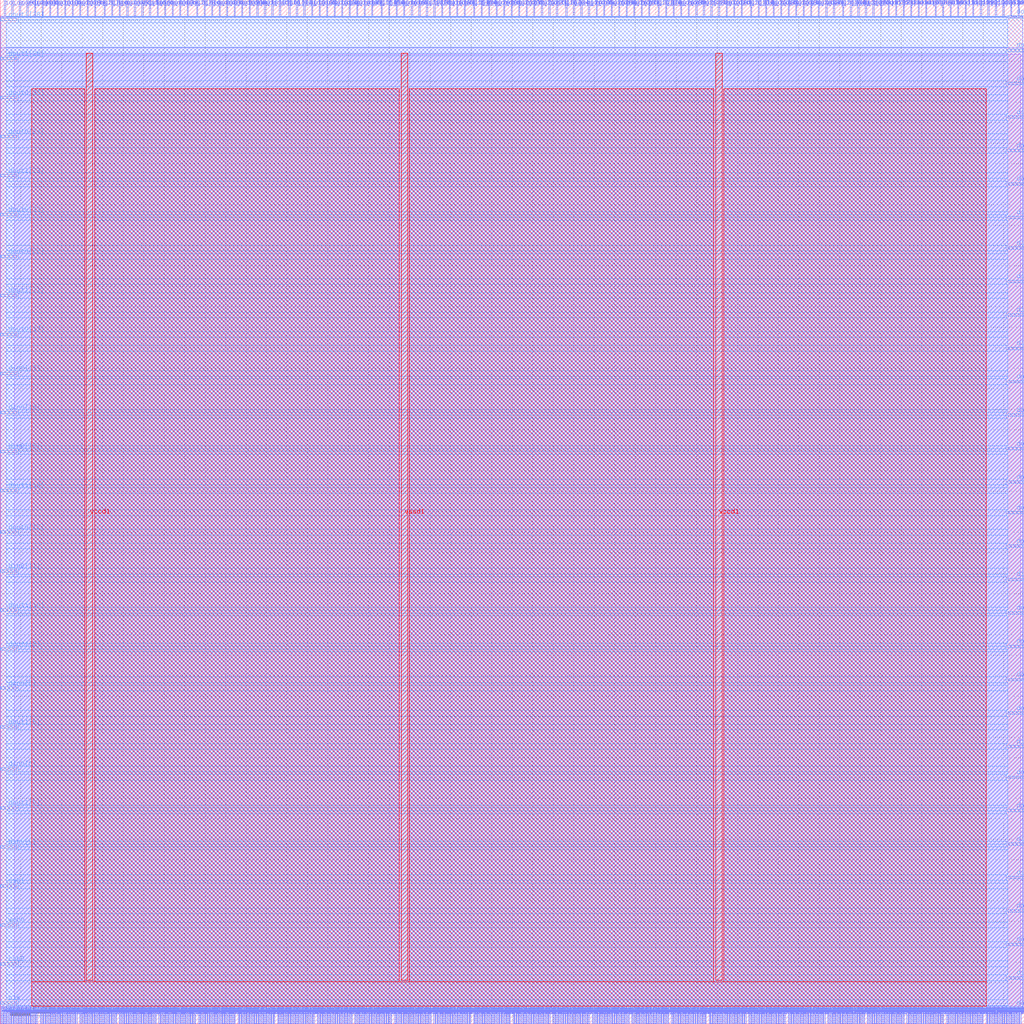
<source format=lef>
VERSION 5.7 ;
  NOWIREEXTENSIONATPIN ON ;
  DIVIDERCHAR "/" ;
  BUSBITCHARS "[]" ;
MACRO user_proj_example
  CLASS BLOCK ;
  FOREIGN user_proj_example ;
  ORIGIN 0.000 0.000 ;
  SIZE 250.000 BY 250.000 ;
  PIN clk
    DIRECTION OUTPUT TRISTATE ;
    USE SIGNAL ;
    PORT
      LAYER met3 ;
        RECT 0.000 4.800 4.000 5.400 ;
    END
  END clk
  PIN csb0
    DIRECTION OUTPUT TRISTATE ;
    USE SIGNAL ;
    PORT
      LAYER met3 ;
        RECT 0.000 14.320 4.000 14.920 ;
    END
  END csb0
  PIN csb1
    DIRECTION OUTPUT TRISTATE ;
    USE SIGNAL ;
    PORT
      LAYER met3 ;
        RECT 0.000 33.360 4.000 33.960 ;
    END
  END csb1
  PIN din0[0]
    DIRECTION OUTPUT TRISTATE ;
    USE SIGNAL ;
    PORT
      LAYER met3 ;
        RECT 0.000 42.880 4.000 43.480 ;
    END
  END din0[0]
  PIN din0[10]
    DIRECTION OUTPUT TRISTATE ;
    USE SIGNAL ;
    PORT
      LAYER met3 ;
        RECT 246.000 108.160 250.000 108.760 ;
    END
  END din0[10]
  PIN din0[11]
    DIRECTION OUTPUT TRISTATE ;
    USE SIGNAL ;
    PORT
      LAYER met3 ;
        RECT 0.000 110.200 4.000 110.800 ;
    END
  END din0[11]
  PIN din0[12]
    DIRECTION OUTPUT TRISTATE ;
    USE SIGNAL ;
    PORT
      LAYER met2 ;
        RECT 240.670 0.000 240.950 4.000 ;
    END
  END din0[12]
  PIN din0[13]
    DIRECTION OUTPUT TRISTATE ;
    USE SIGNAL ;
    PORT
      LAYER met2 ;
        RECT 228.250 246.000 228.530 250.000 ;
    END
  END din0[13]
  PIN din0[14]
    DIRECTION OUTPUT TRISTATE ;
    USE SIGNAL ;
    PORT
      LAYER met2 ;
        RECT 231.930 246.000 232.210 250.000 ;
    END
  END din0[14]
  PIN din0[15]
    DIRECTION OUTPUT TRISTATE ;
    USE SIGNAL ;
    PORT
      LAYER met3 ;
        RECT 0.000 139.440 4.000 140.040 ;
    END
  END din0[15]
  PIN din0[16]
    DIRECTION OUTPUT TRISTATE ;
    USE SIGNAL ;
    PORT
      LAYER met3 ;
        RECT 0.000 148.960 4.000 149.560 ;
    END
  END din0[16]
  PIN din0[17]
    DIRECTION OUTPUT TRISTATE ;
    USE SIGNAL ;
    PORT
      LAYER met3 ;
        RECT 0.000 158.480 4.000 159.080 ;
    END
  END din0[17]
  PIN din0[18]
    DIRECTION OUTPUT TRISTATE ;
    USE SIGNAL ;
    PORT
      LAYER met3 ;
        RECT 246.000 164.600 250.000 165.200 ;
    END
  END din0[18]
  PIN din0[19]
    DIRECTION OUTPUT TRISTATE ;
    USE SIGNAL ;
    PORT
      LAYER met2 ;
        RECT 235.610 246.000 235.890 250.000 ;
    END
  END din0[19]
  PIN din0[1]
    DIRECTION OUTPUT TRISTATE ;
    USE SIGNAL ;
    PORT
      LAYER met3 ;
        RECT 246.000 10.920 250.000 11.520 ;
    END
  END din0[1]
  PIN din0[20]
    DIRECTION OUTPUT TRISTATE ;
    USE SIGNAL ;
    PORT
      LAYER met3 ;
        RECT 246.000 172.760 250.000 173.360 ;
    END
  END din0[20]
  PIN din0[21]
    DIRECTION OUTPUT TRISTATE ;
    USE SIGNAL ;
    PORT
      LAYER met2 ;
        RECT 237.450 246.000 237.730 250.000 ;
    END
  END din0[21]
  PIN din0[22]
    DIRECTION OUTPUT TRISTATE ;
    USE SIGNAL ;
    PORT
      LAYER met2 ;
        RECT 239.290 246.000 239.570 250.000 ;
    END
  END din0[22]
  PIN din0[23]
    DIRECTION OUTPUT TRISTATE ;
    USE SIGNAL ;
    PORT
      LAYER met3 ;
        RECT 246.000 180.920 250.000 181.520 ;
    END
  END din0[23]
  PIN din0[24]
    DIRECTION OUTPUT TRISTATE ;
    USE SIGNAL ;
    PORT
      LAYER met2 ;
        RECT 246.190 0.000 246.470 4.000 ;
    END
  END din0[24]
  PIN din0[25]
    DIRECTION OUTPUT TRISTATE ;
    USE SIGNAL ;
    PORT
      LAYER met2 ;
        RECT 241.130 246.000 241.410 250.000 ;
    END
  END din0[25]
  PIN din0[26]
    DIRECTION OUTPUT TRISTATE ;
    USE SIGNAL ;
    PORT
      LAYER met3 ;
        RECT 246.000 189.080 250.000 189.680 ;
    END
  END din0[26]
  PIN din0[27]
    DIRECTION OUTPUT TRISTATE ;
    USE SIGNAL ;
    PORT
      LAYER met3 ;
        RECT 246.000 196.560 250.000 197.160 ;
    END
  END din0[27]
  PIN din0[28]
    DIRECTION OUTPUT TRISTATE ;
    USE SIGNAL ;
    PORT
      LAYER met2 ;
        RECT 242.970 246.000 243.250 250.000 ;
    END
  END din0[28]
  PIN din0[29]
    DIRECTION OUTPUT TRISTATE ;
    USE SIGNAL ;
    PORT
      LAYER met3 ;
        RECT 246.000 221.040 250.000 221.640 ;
    END
  END din0[29]
  PIN din0[2]
    DIRECTION OUTPUT TRISTATE ;
    USE SIGNAL ;
    PORT
      LAYER met3 ;
        RECT 246.000 35.400 250.000 36.000 ;
    END
  END din0[2]
  PIN din0[30]
    DIRECTION OUTPUT TRISTATE ;
    USE SIGNAL ;
    PORT
      LAYER met2 ;
        RECT 248.490 0.000 248.770 4.000 ;
    END
  END din0[30]
  PIN din0[31]
    DIRECTION OUTPUT TRISTATE ;
    USE SIGNAL ;
    PORT
      LAYER met2 ;
        RECT 246.650 246.000 246.930 250.000 ;
    END
  END din0[31]
  PIN din0[3]
    DIRECTION OUTPUT TRISTATE ;
    USE SIGNAL ;
    PORT
      LAYER met3 ;
        RECT 246.000 43.560 250.000 44.160 ;
    END
  END din0[3]
  PIN din0[4]
    DIRECTION OUTPUT TRISTATE ;
    USE SIGNAL ;
    PORT
      LAYER met2 ;
        RECT 218.590 246.000 218.870 250.000 ;
    END
  END din0[4]
  PIN din0[5]
    DIRECTION OUTPUT TRISTATE ;
    USE SIGNAL ;
    PORT
      LAYER met3 ;
        RECT 246.000 67.360 250.000 67.960 ;
    END
  END din0[5]
  PIN din0[6]
    DIRECTION OUTPUT TRISTATE ;
    USE SIGNAL ;
    PORT
      LAYER met3 ;
        RECT 0.000 61.920 4.000 62.520 ;
    END
  END din0[6]
  PIN din0[7]
    DIRECTION OUTPUT TRISTATE ;
    USE SIGNAL ;
    PORT
      LAYER met2 ;
        RECT 238.830 0.000 239.110 4.000 ;
    END
  END din0[7]
  PIN din0[8]
    DIRECTION OUTPUT TRISTATE ;
    USE SIGNAL ;
    PORT
      LAYER met3 ;
        RECT 0.000 81.640 4.000 82.240 ;
    END
  END din0[8]
  PIN din0[9]
    DIRECTION OUTPUT TRISTATE ;
    USE SIGNAL ;
    PORT
      LAYER met2 ;
        RECT 239.750 0.000 240.030 4.000 ;
    END
  END din0[9]
  PIN dout0[0]
    DIRECTION INPUT ;
    USE SIGNAL ;
    PORT
      LAYER met3 ;
        RECT 246.000 3.440 250.000 4.040 ;
    END
  END dout0[0]
  PIN dout0[10]
    DIRECTION INPUT ;
    USE SIGNAL ;
    PORT
      LAYER met3 ;
        RECT 246.000 116.320 250.000 116.920 ;
    END
  END dout0[10]
  PIN dout0[11]
    DIRECTION INPUT ;
    USE SIGNAL ;
    PORT
      LAYER met3 ;
        RECT 246.000 124.480 250.000 125.080 ;
    END
  END dout0[11]
  PIN dout0[12]
    DIRECTION INPUT ;
    USE SIGNAL ;
    PORT
      LAYER met3 ;
        RECT 0.000 119.720 4.000 120.320 ;
    END
  END dout0[12]
  PIN dout0[13]
    DIRECTION INPUT ;
    USE SIGNAL ;
    PORT
      LAYER met2 ;
        RECT 230.090 246.000 230.370 250.000 ;
    END
  END dout0[13]
  PIN dout0[14]
    DIRECTION INPUT ;
    USE SIGNAL ;
    PORT
      LAYER met3 ;
        RECT 246.000 131.960 250.000 132.560 ;
    END
  END dout0[14]
  PIN dout0[15]
    DIRECTION INPUT ;
    USE SIGNAL ;
    PORT
      LAYER met3 ;
        RECT 246.000 140.120 250.000 140.720 ;
    END
  END dout0[15]
  PIN dout0[16]
    DIRECTION INPUT ;
    USE SIGNAL ;
    PORT
      LAYER met3 ;
        RECT 246.000 148.280 250.000 148.880 ;
    END
  END dout0[16]
  PIN dout0[17]
    DIRECTION INPUT ;
    USE SIGNAL ;
    PORT
      LAYER met3 ;
        RECT 0.000 168.000 4.000 168.600 ;
    END
  END dout0[17]
  PIN dout0[18]
    DIRECTION INPUT ;
    USE SIGNAL ;
    PORT
      LAYER met2 ;
        RECT 242.510 0.000 242.790 4.000 ;
    END
  END dout0[18]
  PIN dout0[19]
    DIRECTION INPUT ;
    USE SIGNAL ;
    PORT
      LAYER met2 ;
        RECT 243.430 0.000 243.710 4.000 ;
    END
  END dout0[19]
  PIN dout0[1]
    DIRECTION INPUT ;
    USE SIGNAL ;
    PORT
      LAYER met3 ;
        RECT 246.000 19.080 250.000 19.680 ;
    END
  END dout0[1]
  PIN dout0[20]
    DIRECTION INPUT ;
    USE SIGNAL ;
    PORT
      LAYER met2 ;
        RECT 244.350 0.000 244.630 4.000 ;
    END
  END dout0[20]
  PIN dout0[21]
    DIRECTION INPUT ;
    USE SIGNAL ;
    PORT
      LAYER met2 ;
        RECT 245.270 0.000 245.550 4.000 ;
    END
  END dout0[21]
  PIN dout0[22]
    DIRECTION INPUT ;
    USE SIGNAL ;
    PORT
      LAYER met3 ;
        RECT 0.000 187.040 4.000 187.640 ;
    END
  END dout0[22]
  PIN dout0[23]
    DIRECTION INPUT ;
    USE SIGNAL ;
    PORT
      LAYER met3 ;
        RECT 0.000 197.240 4.000 197.840 ;
    END
  END dout0[23]
  PIN dout0[24]
    DIRECTION INPUT ;
    USE SIGNAL ;
    PORT
      LAYER met3 ;
        RECT 0.000 216.280 4.000 216.880 ;
    END
  END dout0[24]
  PIN dout0[25]
    DIRECTION INPUT ;
    USE SIGNAL ;
    PORT
      LAYER met2 ;
        RECT 247.110 0.000 247.390 4.000 ;
    END
  END dout0[25]
  PIN dout0[26]
    DIRECTION INPUT ;
    USE SIGNAL ;
    PORT
      LAYER met3 ;
        RECT 0.000 225.800 4.000 226.400 ;
    END
  END dout0[26]
  PIN dout0[27]
    DIRECTION INPUT ;
    USE SIGNAL ;
    PORT
      LAYER met3 ;
        RECT 246.000 204.720 250.000 205.320 ;
    END
  END dout0[27]
  PIN dout0[28]
    DIRECTION INPUT ;
    USE SIGNAL ;
    PORT
      LAYER met2 ;
        RECT 244.810 246.000 245.090 250.000 ;
    END
  END dout0[28]
  PIN dout0[29]
    DIRECTION INPUT ;
    USE SIGNAL ;
    PORT
      LAYER met2 ;
        RECT 248.030 0.000 248.310 4.000 ;
    END
  END dout0[29]
  PIN dout0[2]
    DIRECTION INPUT ;
    USE SIGNAL ;
    PORT
      LAYER met2 ;
        RECT 237.910 0.000 238.190 4.000 ;
    END
  END dout0[2]
  PIN dout0[30]
    DIRECTION INPUT ;
    USE SIGNAL ;
    PORT
      LAYER met3 ;
        RECT 246.000 237.360 250.000 237.960 ;
    END
  END dout0[30]
  PIN dout0[31]
    DIRECTION INPUT ;
    USE SIGNAL ;
    PORT
      LAYER met2 ;
        RECT 248.490 246.000 248.770 250.000 ;
    END
  END dout0[31]
  PIN dout0[3]
    DIRECTION INPUT ;
    USE SIGNAL ;
    PORT
      LAYER met3 ;
        RECT 246.000 51.720 250.000 52.320 ;
    END
  END dout0[3]
  PIN dout0[4]
    DIRECTION INPUT ;
    USE SIGNAL ;
    PORT
      LAYER met2 ;
        RECT 220.430 246.000 220.710 250.000 ;
    END
  END dout0[4]
  PIN dout0[5]
    DIRECTION INPUT ;
    USE SIGNAL ;
    PORT
      LAYER met2 ;
        RECT 238.370 0.000 238.650 4.000 ;
    END
  END dout0[5]
  PIN dout0[6]
    DIRECTION INPUT ;
    USE SIGNAL ;
    PORT
      LAYER met2 ;
        RECT 222.270 246.000 222.550 250.000 ;
    END
  END dout0[6]
  PIN dout0[7]
    DIRECTION INPUT ;
    USE SIGNAL ;
    PORT
      LAYER met3 ;
        RECT 246.000 83.680 250.000 84.280 ;
    END
  END dout0[7]
  PIN dout0[8]
    DIRECTION INPUT ;
    USE SIGNAL ;
    PORT
      LAYER met2 ;
        RECT 224.110 246.000 224.390 250.000 ;
    END
  END dout0[8]
  PIN dout0[9]
    DIRECTION INPUT ;
    USE SIGNAL ;
    PORT
      LAYER met3 ;
        RECT 246.000 91.840 250.000 92.440 ;
    END
  END dout0[9]
  PIN dout1[0]
    DIRECTION INPUT ;
    USE SIGNAL ;
    PORT
      LAYER met3 ;
        RECT 0.000 52.400 4.000 53.000 ;
    END
  END dout1[0]
  PIN dout1[10]
    DIRECTION INPUT ;
    USE SIGNAL ;
    PORT
      LAYER met3 ;
        RECT 0.000 100.680 4.000 101.280 ;
    END
  END dout1[10]
  PIN dout1[11]
    DIRECTION INPUT ;
    USE SIGNAL ;
    PORT
      LAYER met2 ;
        RECT 225.950 246.000 226.230 250.000 ;
    END
  END dout1[11]
  PIN dout1[12]
    DIRECTION INPUT ;
    USE SIGNAL ;
    PORT
      LAYER met3 ;
        RECT 0.000 129.920 4.000 130.520 ;
    END
  END dout1[12]
  PIN dout1[13]
    DIRECTION INPUT ;
    USE SIGNAL ;
    PORT
      LAYER met2 ;
        RECT 241.130 0.000 241.410 4.000 ;
    END
  END dout1[13]
  PIN dout1[14]
    DIRECTION INPUT ;
    USE SIGNAL ;
    PORT
      LAYER met2 ;
        RECT 241.590 0.000 241.870 4.000 ;
    END
  END dout1[14]
  PIN dout1[15]
    DIRECTION INPUT ;
    USE SIGNAL ;
    PORT
      LAYER met2 ;
        RECT 233.770 246.000 234.050 250.000 ;
    END
  END dout1[15]
  PIN dout1[16]
    DIRECTION INPUT ;
    USE SIGNAL ;
    PORT
      LAYER met2 ;
        RECT 242.050 0.000 242.330 4.000 ;
    END
  END dout1[16]
  PIN dout1[17]
    DIRECTION INPUT ;
    USE SIGNAL ;
    PORT
      LAYER met3 ;
        RECT 246.000 156.440 250.000 157.040 ;
    END
  END dout1[17]
  PIN dout1[18]
    DIRECTION INPUT ;
    USE SIGNAL ;
    PORT
      LAYER met2 ;
        RECT 242.970 0.000 243.250 4.000 ;
    END
  END dout1[18]
  PIN dout1[19]
    DIRECTION INPUT ;
    USE SIGNAL ;
    PORT
      LAYER met2 ;
        RECT 243.890 0.000 244.170 4.000 ;
    END
  END dout1[19]
  PIN dout1[1]
    DIRECTION INPUT ;
    USE SIGNAL ;
    PORT
      LAYER met3 ;
        RECT 246.000 27.240 250.000 27.840 ;
    END
  END dout1[1]
  PIN dout1[20]
    DIRECTION INPUT ;
    USE SIGNAL ;
    PORT
      LAYER met2 ;
        RECT 244.810 0.000 245.090 4.000 ;
    END
  END dout1[20]
  PIN dout1[21]
    DIRECTION INPUT ;
    USE SIGNAL ;
    PORT
      LAYER met3 ;
        RECT 0.000 177.520 4.000 178.120 ;
    END
  END dout1[21]
  PIN dout1[22]
    DIRECTION INPUT ;
    USE SIGNAL ;
    PORT
      LAYER met2 ;
        RECT 245.730 0.000 246.010 4.000 ;
    END
  END dout1[22]
  PIN dout1[23]
    DIRECTION INPUT ;
    USE SIGNAL ;
    PORT
      LAYER met3 ;
        RECT 0.000 206.760 4.000 207.360 ;
    END
  END dout1[23]
  PIN dout1[24]
    DIRECTION INPUT ;
    USE SIGNAL ;
    PORT
      LAYER met2 ;
        RECT 246.650 0.000 246.930 4.000 ;
    END
  END dout1[24]
  PIN dout1[25]
    DIRECTION INPUT ;
    USE SIGNAL ;
    PORT
      LAYER met2 ;
        RECT 247.570 0.000 247.850 4.000 ;
    END
  END dout1[25]
  PIN dout1[26]
    DIRECTION INPUT ;
    USE SIGNAL ;
    PORT
      LAYER met3 ;
        RECT 0.000 235.320 4.000 235.920 ;
    END
  END dout1[26]
  PIN dout1[27]
    DIRECTION INPUT ;
    USE SIGNAL ;
    PORT
      LAYER met3 ;
        RECT 246.000 212.880 250.000 213.480 ;
    END
  END dout1[27]
  PIN dout1[28]
    DIRECTION INPUT ;
    USE SIGNAL ;
    PORT
      LAYER met3 ;
        RECT 0.000 244.840 4.000 245.440 ;
    END
  END dout1[28]
  PIN dout1[29]
    DIRECTION INPUT ;
    USE SIGNAL ;
    PORT
      LAYER met3 ;
        RECT 246.000 229.200 250.000 229.800 ;
    END
  END dout1[29]
  PIN dout1[2]
    DIRECTION INPUT ;
    USE SIGNAL ;
    PORT
      LAYER met2 ;
        RECT 214.910 246.000 215.190 250.000 ;
    END
  END dout1[2]
  PIN dout1[30]
    DIRECTION INPUT ;
    USE SIGNAL ;
    PORT
      LAYER met2 ;
        RECT 248.950 0.000 249.230 4.000 ;
    END
  END dout1[30]
  PIN dout1[31]
    DIRECTION INPUT ;
    USE SIGNAL ;
    PORT
      LAYER met3 ;
        RECT 246.000 245.520 250.000 246.120 ;
    END
  END dout1[31]
  PIN dout1[3]
    DIRECTION INPUT ;
    USE SIGNAL ;
    PORT
      LAYER met2 ;
        RECT 216.750 246.000 217.030 250.000 ;
    END
  END dout1[3]
  PIN dout1[4]
    DIRECTION INPUT ;
    USE SIGNAL ;
    PORT
      LAYER met3 ;
        RECT 246.000 59.880 250.000 60.480 ;
    END
  END dout1[4]
  PIN dout1[5]
    DIRECTION INPUT ;
    USE SIGNAL ;
    PORT
      LAYER met3 ;
        RECT 246.000 75.520 250.000 76.120 ;
    END
  END dout1[5]
  PIN dout1[6]
    DIRECTION INPUT ;
    USE SIGNAL ;
    PORT
      LAYER met3 ;
        RECT 0.000 72.120 4.000 72.720 ;
    END
  END dout1[6]
  PIN dout1[7]
    DIRECTION INPUT ;
    USE SIGNAL ;
    PORT
      LAYER met2 ;
        RECT 239.290 0.000 239.570 4.000 ;
    END
  END dout1[7]
  PIN dout1[8]
    DIRECTION INPUT ;
    USE SIGNAL ;
    PORT
      LAYER met3 ;
        RECT 0.000 91.160 4.000 91.760 ;
    END
  END dout1[8]
  PIN dout1[9]
    DIRECTION INPUT ;
    USE SIGNAL ;
    PORT
      LAYER met3 ;
        RECT 246.000 100.000 250.000 100.600 ;
    END
  END dout1[9]
  PIN io_in[0]
    DIRECTION INPUT ;
    USE SIGNAL ;
    PORT
      LAYER met2 ;
        RECT 1.010 246.000 1.290 250.000 ;
    END
  END io_in[0]
  PIN io_in[10]
    DIRECTION INPUT ;
    USE SIGNAL ;
    PORT
      LAYER met2 ;
        RECT 57.130 246.000 57.410 250.000 ;
    END
  END io_in[10]
  PIN io_in[11]
    DIRECTION INPUT ;
    USE SIGNAL ;
    PORT
      LAYER met2 ;
        RECT 62.650 246.000 62.930 250.000 ;
    END
  END io_in[11]
  PIN io_in[12]
    DIRECTION INPUT ;
    USE SIGNAL ;
    PORT
      LAYER met2 ;
        RECT 68.170 246.000 68.450 250.000 ;
    END
  END io_in[12]
  PIN io_in[13]
    DIRECTION INPUT ;
    USE SIGNAL ;
    PORT
      LAYER met2 ;
        RECT 74.150 246.000 74.430 250.000 ;
    END
  END io_in[13]
  PIN io_in[14]
    DIRECTION INPUT ;
    USE SIGNAL ;
    PORT
      LAYER met2 ;
        RECT 79.670 246.000 79.950 250.000 ;
    END
  END io_in[14]
  PIN io_in[15]
    DIRECTION INPUT ;
    USE SIGNAL ;
    PORT
      LAYER met2 ;
        RECT 85.190 246.000 85.470 250.000 ;
    END
  END io_in[15]
  PIN io_in[16]
    DIRECTION INPUT ;
    USE SIGNAL ;
    PORT
      LAYER met2 ;
        RECT 90.710 246.000 90.990 250.000 ;
    END
  END io_in[16]
  PIN io_in[17]
    DIRECTION INPUT ;
    USE SIGNAL ;
    PORT
      LAYER met2 ;
        RECT 96.690 246.000 96.970 250.000 ;
    END
  END io_in[17]
  PIN io_in[18]
    DIRECTION INPUT ;
    USE SIGNAL ;
    PORT
      LAYER met2 ;
        RECT 102.210 246.000 102.490 250.000 ;
    END
  END io_in[18]
  PIN io_in[19]
    DIRECTION INPUT ;
    USE SIGNAL ;
    PORT
      LAYER met2 ;
        RECT 107.730 246.000 108.010 250.000 ;
    END
  END io_in[19]
  PIN io_in[1]
    DIRECTION INPUT ;
    USE SIGNAL ;
    PORT
      LAYER met2 ;
        RECT 6.530 246.000 6.810 250.000 ;
    END
  END io_in[1]
  PIN io_in[20]
    DIRECTION INPUT ;
    USE SIGNAL ;
    PORT
      LAYER met2 ;
        RECT 113.250 246.000 113.530 250.000 ;
    END
  END io_in[20]
  PIN io_in[21]
    DIRECTION INPUT ;
    USE SIGNAL ;
    PORT
      LAYER met2 ;
        RECT 119.230 246.000 119.510 250.000 ;
    END
  END io_in[21]
  PIN io_in[22]
    DIRECTION INPUT ;
    USE SIGNAL ;
    PORT
      LAYER met2 ;
        RECT 124.750 246.000 125.030 250.000 ;
    END
  END io_in[22]
  PIN io_in[23]
    DIRECTION INPUT ;
    USE SIGNAL ;
    PORT
      LAYER met2 ;
        RECT 130.270 246.000 130.550 250.000 ;
    END
  END io_in[23]
  PIN io_in[24]
    DIRECTION INPUT ;
    USE SIGNAL ;
    PORT
      LAYER met2 ;
        RECT 135.790 246.000 136.070 250.000 ;
    END
  END io_in[24]
  PIN io_in[25]
    DIRECTION INPUT ;
    USE SIGNAL ;
    PORT
      LAYER met2 ;
        RECT 141.770 246.000 142.050 250.000 ;
    END
  END io_in[25]
  PIN io_in[26]
    DIRECTION INPUT ;
    USE SIGNAL ;
    PORT
      LAYER met2 ;
        RECT 147.290 246.000 147.570 250.000 ;
    END
  END io_in[26]
  PIN io_in[27]
    DIRECTION INPUT ;
    USE SIGNAL ;
    PORT
      LAYER met2 ;
        RECT 152.810 246.000 153.090 250.000 ;
    END
  END io_in[27]
  PIN io_in[28]
    DIRECTION INPUT ;
    USE SIGNAL ;
    PORT
      LAYER met2 ;
        RECT 158.330 246.000 158.610 250.000 ;
    END
  END io_in[28]
  PIN io_in[29]
    DIRECTION INPUT ;
    USE SIGNAL ;
    PORT
      LAYER met2 ;
        RECT 164.310 246.000 164.590 250.000 ;
    END
  END io_in[29]
  PIN io_in[2]
    DIRECTION INPUT ;
    USE SIGNAL ;
    PORT
      LAYER met2 ;
        RECT 12.050 246.000 12.330 250.000 ;
    END
  END io_in[2]
  PIN io_in[30]
    DIRECTION INPUT ;
    USE SIGNAL ;
    PORT
      LAYER met2 ;
        RECT 169.830 246.000 170.110 250.000 ;
    END
  END io_in[30]
  PIN io_in[31]
    DIRECTION INPUT ;
    USE SIGNAL ;
    PORT
      LAYER met2 ;
        RECT 175.350 246.000 175.630 250.000 ;
    END
  END io_in[31]
  PIN io_in[32]
    DIRECTION INPUT ;
    USE SIGNAL ;
    PORT
      LAYER met2 ;
        RECT 180.870 246.000 181.150 250.000 ;
    END
  END io_in[32]
  PIN io_in[33]
    DIRECTION INPUT ;
    USE SIGNAL ;
    PORT
      LAYER met2 ;
        RECT 186.850 246.000 187.130 250.000 ;
    END
  END io_in[33]
  PIN io_in[34]
    DIRECTION INPUT ;
    USE SIGNAL ;
    PORT
      LAYER met2 ;
        RECT 192.370 246.000 192.650 250.000 ;
    END
  END io_in[34]
  PIN io_in[35]
    DIRECTION INPUT ;
    USE SIGNAL ;
    PORT
      LAYER met2 ;
        RECT 197.890 246.000 198.170 250.000 ;
    END
  END io_in[35]
  PIN io_in[36]
    DIRECTION INPUT ;
    USE SIGNAL ;
    PORT
      LAYER met2 ;
        RECT 203.410 246.000 203.690 250.000 ;
    END
  END io_in[36]
  PIN io_in[37]
    DIRECTION INPUT ;
    USE SIGNAL ;
    PORT
      LAYER met2 ;
        RECT 209.390 246.000 209.670 250.000 ;
    END
  END io_in[37]
  PIN io_in[3]
    DIRECTION INPUT ;
    USE SIGNAL ;
    PORT
      LAYER met2 ;
        RECT 17.570 246.000 17.850 250.000 ;
    END
  END io_in[3]
  PIN io_in[4]
    DIRECTION INPUT ;
    USE SIGNAL ;
    PORT
      LAYER met2 ;
        RECT 23.090 246.000 23.370 250.000 ;
    END
  END io_in[4]
  PIN io_in[5]
    DIRECTION INPUT ;
    USE SIGNAL ;
    PORT
      LAYER met2 ;
        RECT 29.070 246.000 29.350 250.000 ;
    END
  END io_in[5]
  PIN io_in[6]
    DIRECTION INPUT ;
    USE SIGNAL ;
    PORT
      LAYER met2 ;
        RECT 34.590 246.000 34.870 250.000 ;
    END
  END io_in[6]
  PIN io_in[7]
    DIRECTION INPUT ;
    USE SIGNAL ;
    PORT
      LAYER met2 ;
        RECT 40.110 246.000 40.390 250.000 ;
    END
  END io_in[7]
  PIN io_in[8]
    DIRECTION INPUT ;
    USE SIGNAL ;
    PORT
      LAYER met2 ;
        RECT 45.630 246.000 45.910 250.000 ;
    END
  END io_in[8]
  PIN io_in[9]
    DIRECTION INPUT ;
    USE SIGNAL ;
    PORT
      LAYER met2 ;
        RECT 51.610 246.000 51.890 250.000 ;
    END
  END io_in[9]
  PIN io_oeb[0]
    DIRECTION OUTPUT TRISTATE ;
    USE SIGNAL ;
    PORT
      LAYER met2 ;
        RECT 2.850 246.000 3.130 250.000 ;
    END
  END io_oeb[0]
  PIN io_oeb[10]
    DIRECTION OUTPUT TRISTATE ;
    USE SIGNAL ;
    PORT
      LAYER met2 ;
        RECT 58.970 246.000 59.250 250.000 ;
    END
  END io_oeb[10]
  PIN io_oeb[11]
    DIRECTION OUTPUT TRISTATE ;
    USE SIGNAL ;
    PORT
      LAYER met2 ;
        RECT 64.490 246.000 64.770 250.000 ;
    END
  END io_oeb[11]
  PIN io_oeb[12]
    DIRECTION OUTPUT TRISTATE ;
    USE SIGNAL ;
    PORT
      LAYER met2 ;
        RECT 70.470 246.000 70.750 250.000 ;
    END
  END io_oeb[12]
  PIN io_oeb[13]
    DIRECTION OUTPUT TRISTATE ;
    USE SIGNAL ;
    PORT
      LAYER met2 ;
        RECT 75.990 246.000 76.270 250.000 ;
    END
  END io_oeb[13]
  PIN io_oeb[14]
    DIRECTION OUTPUT TRISTATE ;
    USE SIGNAL ;
    PORT
      LAYER met2 ;
        RECT 81.510 246.000 81.790 250.000 ;
    END
  END io_oeb[14]
  PIN io_oeb[15]
    DIRECTION OUTPUT TRISTATE ;
    USE SIGNAL ;
    PORT
      LAYER met2 ;
        RECT 87.030 246.000 87.310 250.000 ;
    END
  END io_oeb[15]
  PIN io_oeb[16]
    DIRECTION OUTPUT TRISTATE ;
    USE SIGNAL ;
    PORT
      LAYER met2 ;
        RECT 93.010 246.000 93.290 250.000 ;
    END
  END io_oeb[16]
  PIN io_oeb[17]
    DIRECTION OUTPUT TRISTATE ;
    USE SIGNAL ;
    PORT
      LAYER met2 ;
        RECT 98.530 246.000 98.810 250.000 ;
    END
  END io_oeb[17]
  PIN io_oeb[18]
    DIRECTION OUTPUT TRISTATE ;
    USE SIGNAL ;
    PORT
      LAYER met2 ;
        RECT 104.050 246.000 104.330 250.000 ;
    END
  END io_oeb[18]
  PIN io_oeb[19]
    DIRECTION OUTPUT TRISTATE ;
    USE SIGNAL ;
    PORT
      LAYER met2 ;
        RECT 109.570 246.000 109.850 250.000 ;
    END
  END io_oeb[19]
  PIN io_oeb[1]
    DIRECTION OUTPUT TRISTATE ;
    USE SIGNAL ;
    PORT
      LAYER met2 ;
        RECT 8.370 246.000 8.650 250.000 ;
    END
  END io_oeb[1]
  PIN io_oeb[20]
    DIRECTION OUTPUT TRISTATE ;
    USE SIGNAL ;
    PORT
      LAYER met2 ;
        RECT 115.550 246.000 115.830 250.000 ;
    END
  END io_oeb[20]
  PIN io_oeb[21]
    DIRECTION OUTPUT TRISTATE ;
    USE SIGNAL ;
    PORT
      LAYER met2 ;
        RECT 121.070 246.000 121.350 250.000 ;
    END
  END io_oeb[21]
  PIN io_oeb[22]
    DIRECTION OUTPUT TRISTATE ;
    USE SIGNAL ;
    PORT
      LAYER met2 ;
        RECT 126.590 246.000 126.870 250.000 ;
    END
  END io_oeb[22]
  PIN io_oeb[23]
    DIRECTION OUTPUT TRISTATE ;
    USE SIGNAL ;
    PORT
      LAYER met2 ;
        RECT 132.110 246.000 132.390 250.000 ;
    END
  END io_oeb[23]
  PIN io_oeb[24]
    DIRECTION OUTPUT TRISTATE ;
    USE SIGNAL ;
    PORT
      LAYER met2 ;
        RECT 138.090 246.000 138.370 250.000 ;
    END
  END io_oeb[24]
  PIN io_oeb[25]
    DIRECTION OUTPUT TRISTATE ;
    USE SIGNAL ;
    PORT
      LAYER met2 ;
        RECT 143.610 246.000 143.890 250.000 ;
    END
  END io_oeb[25]
  PIN io_oeb[26]
    DIRECTION OUTPUT TRISTATE ;
    USE SIGNAL ;
    PORT
      LAYER met2 ;
        RECT 149.130 246.000 149.410 250.000 ;
    END
  END io_oeb[26]
  PIN io_oeb[27]
    DIRECTION OUTPUT TRISTATE ;
    USE SIGNAL ;
    PORT
      LAYER met2 ;
        RECT 154.650 246.000 154.930 250.000 ;
    END
  END io_oeb[27]
  PIN io_oeb[28]
    DIRECTION OUTPUT TRISTATE ;
    USE SIGNAL ;
    PORT
      LAYER met2 ;
        RECT 160.630 246.000 160.910 250.000 ;
    END
  END io_oeb[28]
  PIN io_oeb[29]
    DIRECTION OUTPUT TRISTATE ;
    USE SIGNAL ;
    PORT
      LAYER met2 ;
        RECT 166.150 246.000 166.430 250.000 ;
    END
  END io_oeb[29]
  PIN io_oeb[2]
    DIRECTION OUTPUT TRISTATE ;
    USE SIGNAL ;
    PORT
      LAYER met2 ;
        RECT 13.890 246.000 14.170 250.000 ;
    END
  END io_oeb[2]
  PIN io_oeb[30]
    DIRECTION OUTPUT TRISTATE ;
    USE SIGNAL ;
    PORT
      LAYER met2 ;
        RECT 171.670 246.000 171.950 250.000 ;
    END
  END io_oeb[30]
  PIN io_oeb[31]
    DIRECTION OUTPUT TRISTATE ;
    USE SIGNAL ;
    PORT
      LAYER met2 ;
        RECT 177.190 246.000 177.470 250.000 ;
    END
  END io_oeb[31]
  PIN io_oeb[32]
    DIRECTION OUTPUT TRISTATE ;
    USE SIGNAL ;
    PORT
      LAYER met2 ;
        RECT 183.170 246.000 183.450 250.000 ;
    END
  END io_oeb[32]
  PIN io_oeb[33]
    DIRECTION OUTPUT TRISTATE ;
    USE SIGNAL ;
    PORT
      LAYER met2 ;
        RECT 188.690 246.000 188.970 250.000 ;
    END
  END io_oeb[33]
  PIN io_oeb[34]
    DIRECTION OUTPUT TRISTATE ;
    USE SIGNAL ;
    PORT
      LAYER met2 ;
        RECT 194.210 246.000 194.490 250.000 ;
    END
  END io_oeb[34]
  PIN io_oeb[35]
    DIRECTION OUTPUT TRISTATE ;
    USE SIGNAL ;
    PORT
      LAYER met2 ;
        RECT 199.730 246.000 200.010 250.000 ;
    END
  END io_oeb[35]
  PIN io_oeb[36]
    DIRECTION OUTPUT TRISTATE ;
    USE SIGNAL ;
    PORT
      LAYER met2 ;
        RECT 205.710 246.000 205.990 250.000 ;
    END
  END io_oeb[36]
  PIN io_oeb[37]
    DIRECTION OUTPUT TRISTATE ;
    USE SIGNAL ;
    PORT
      LAYER met2 ;
        RECT 211.230 246.000 211.510 250.000 ;
    END
  END io_oeb[37]
  PIN io_oeb[3]
    DIRECTION OUTPUT TRISTATE ;
    USE SIGNAL ;
    PORT
      LAYER met2 ;
        RECT 19.410 246.000 19.690 250.000 ;
    END
  END io_oeb[3]
  PIN io_oeb[4]
    DIRECTION OUTPUT TRISTATE ;
    USE SIGNAL ;
    PORT
      LAYER met2 ;
        RECT 25.390 246.000 25.670 250.000 ;
    END
  END io_oeb[4]
  PIN io_oeb[5]
    DIRECTION OUTPUT TRISTATE ;
    USE SIGNAL ;
    PORT
      LAYER met2 ;
        RECT 30.910 246.000 31.190 250.000 ;
    END
  END io_oeb[5]
  PIN io_oeb[6]
    DIRECTION OUTPUT TRISTATE ;
    USE SIGNAL ;
    PORT
      LAYER met2 ;
        RECT 36.430 246.000 36.710 250.000 ;
    END
  END io_oeb[6]
  PIN io_oeb[7]
    DIRECTION OUTPUT TRISTATE ;
    USE SIGNAL ;
    PORT
      LAYER met2 ;
        RECT 41.950 246.000 42.230 250.000 ;
    END
  END io_oeb[7]
  PIN io_oeb[8]
    DIRECTION OUTPUT TRISTATE ;
    USE SIGNAL ;
    PORT
      LAYER met2 ;
        RECT 47.930 246.000 48.210 250.000 ;
    END
  END io_oeb[8]
  PIN io_oeb[9]
    DIRECTION OUTPUT TRISTATE ;
    USE SIGNAL ;
    PORT
      LAYER met2 ;
        RECT 53.450 246.000 53.730 250.000 ;
    END
  END io_oeb[9]
  PIN io_out[0]
    DIRECTION OUTPUT TRISTATE ;
    USE SIGNAL ;
    PORT
      LAYER met2 ;
        RECT 4.690 246.000 4.970 250.000 ;
    END
  END io_out[0]
  PIN io_out[10]
    DIRECTION OUTPUT TRISTATE ;
    USE SIGNAL ;
    PORT
      LAYER met2 ;
        RECT 60.810 246.000 61.090 250.000 ;
    END
  END io_out[10]
  PIN io_out[11]
    DIRECTION OUTPUT TRISTATE ;
    USE SIGNAL ;
    PORT
      LAYER met2 ;
        RECT 66.330 246.000 66.610 250.000 ;
    END
  END io_out[11]
  PIN io_out[12]
    DIRECTION OUTPUT TRISTATE ;
    USE SIGNAL ;
    PORT
      LAYER met2 ;
        RECT 72.310 246.000 72.590 250.000 ;
    END
  END io_out[12]
  PIN io_out[13]
    DIRECTION OUTPUT TRISTATE ;
    USE SIGNAL ;
    PORT
      LAYER met2 ;
        RECT 77.830 246.000 78.110 250.000 ;
    END
  END io_out[13]
  PIN io_out[14]
    DIRECTION OUTPUT TRISTATE ;
    USE SIGNAL ;
    PORT
      LAYER met2 ;
        RECT 83.350 246.000 83.630 250.000 ;
    END
  END io_out[14]
  PIN io_out[15]
    DIRECTION OUTPUT TRISTATE ;
    USE SIGNAL ;
    PORT
      LAYER met2 ;
        RECT 88.870 246.000 89.150 250.000 ;
    END
  END io_out[15]
  PIN io_out[16]
    DIRECTION OUTPUT TRISTATE ;
    USE SIGNAL ;
    PORT
      LAYER met2 ;
        RECT 94.850 246.000 95.130 250.000 ;
    END
  END io_out[16]
  PIN io_out[17]
    DIRECTION OUTPUT TRISTATE ;
    USE SIGNAL ;
    PORT
      LAYER met2 ;
        RECT 100.370 246.000 100.650 250.000 ;
    END
  END io_out[17]
  PIN io_out[18]
    DIRECTION OUTPUT TRISTATE ;
    USE SIGNAL ;
    PORT
      LAYER met2 ;
        RECT 105.890 246.000 106.170 250.000 ;
    END
  END io_out[18]
  PIN io_out[19]
    DIRECTION OUTPUT TRISTATE ;
    USE SIGNAL ;
    PORT
      LAYER met2 ;
        RECT 111.410 246.000 111.690 250.000 ;
    END
  END io_out[19]
  PIN io_out[1]
    DIRECTION OUTPUT TRISTATE ;
    USE SIGNAL ;
    PORT
      LAYER met2 ;
        RECT 10.210 246.000 10.490 250.000 ;
    END
  END io_out[1]
  PIN io_out[20]
    DIRECTION OUTPUT TRISTATE ;
    USE SIGNAL ;
    PORT
      LAYER met2 ;
        RECT 117.390 246.000 117.670 250.000 ;
    END
  END io_out[20]
  PIN io_out[21]
    DIRECTION OUTPUT TRISTATE ;
    USE SIGNAL ;
    PORT
      LAYER met2 ;
        RECT 122.910 246.000 123.190 250.000 ;
    END
  END io_out[21]
  PIN io_out[22]
    DIRECTION OUTPUT TRISTATE ;
    USE SIGNAL ;
    PORT
      LAYER met2 ;
        RECT 128.430 246.000 128.710 250.000 ;
    END
  END io_out[22]
  PIN io_out[23]
    DIRECTION OUTPUT TRISTATE ;
    USE SIGNAL ;
    PORT
      LAYER met2 ;
        RECT 133.950 246.000 134.230 250.000 ;
    END
  END io_out[23]
  PIN io_out[24]
    DIRECTION OUTPUT TRISTATE ;
    USE SIGNAL ;
    PORT
      LAYER met2 ;
        RECT 139.930 246.000 140.210 250.000 ;
    END
  END io_out[24]
  PIN io_out[25]
    DIRECTION OUTPUT TRISTATE ;
    USE SIGNAL ;
    PORT
      LAYER met2 ;
        RECT 145.450 246.000 145.730 250.000 ;
    END
  END io_out[25]
  PIN io_out[26]
    DIRECTION OUTPUT TRISTATE ;
    USE SIGNAL ;
    PORT
      LAYER met2 ;
        RECT 150.970 246.000 151.250 250.000 ;
    END
  END io_out[26]
  PIN io_out[27]
    DIRECTION OUTPUT TRISTATE ;
    USE SIGNAL ;
    PORT
      LAYER met2 ;
        RECT 156.490 246.000 156.770 250.000 ;
    END
  END io_out[27]
  PIN io_out[28]
    DIRECTION OUTPUT TRISTATE ;
    USE SIGNAL ;
    PORT
      LAYER met2 ;
        RECT 162.470 246.000 162.750 250.000 ;
    END
  END io_out[28]
  PIN io_out[29]
    DIRECTION OUTPUT TRISTATE ;
    USE SIGNAL ;
    PORT
      LAYER met2 ;
        RECT 167.990 246.000 168.270 250.000 ;
    END
  END io_out[29]
  PIN io_out[2]
    DIRECTION OUTPUT TRISTATE ;
    USE SIGNAL ;
    PORT
      LAYER met2 ;
        RECT 15.730 246.000 16.010 250.000 ;
    END
  END io_out[2]
  PIN io_out[30]
    DIRECTION OUTPUT TRISTATE ;
    USE SIGNAL ;
    PORT
      LAYER met2 ;
        RECT 173.510 246.000 173.790 250.000 ;
    END
  END io_out[30]
  PIN io_out[31]
    DIRECTION OUTPUT TRISTATE ;
    USE SIGNAL ;
    PORT
      LAYER met2 ;
        RECT 179.030 246.000 179.310 250.000 ;
    END
  END io_out[31]
  PIN io_out[32]
    DIRECTION OUTPUT TRISTATE ;
    USE SIGNAL ;
    PORT
      LAYER met2 ;
        RECT 185.010 246.000 185.290 250.000 ;
    END
  END io_out[32]
  PIN io_out[33]
    DIRECTION OUTPUT TRISTATE ;
    USE SIGNAL ;
    PORT
      LAYER met2 ;
        RECT 190.530 246.000 190.810 250.000 ;
    END
  END io_out[33]
  PIN io_out[34]
    DIRECTION OUTPUT TRISTATE ;
    USE SIGNAL ;
    PORT
      LAYER met2 ;
        RECT 196.050 246.000 196.330 250.000 ;
    END
  END io_out[34]
  PIN io_out[35]
    DIRECTION OUTPUT TRISTATE ;
    USE SIGNAL ;
    PORT
      LAYER met2 ;
        RECT 201.570 246.000 201.850 250.000 ;
    END
  END io_out[35]
  PIN io_out[36]
    DIRECTION OUTPUT TRISTATE ;
    USE SIGNAL ;
    PORT
      LAYER met2 ;
        RECT 207.550 246.000 207.830 250.000 ;
    END
  END io_out[36]
  PIN io_out[37]
    DIRECTION OUTPUT TRISTATE ;
    USE SIGNAL ;
    PORT
      LAYER met2 ;
        RECT 213.070 246.000 213.350 250.000 ;
    END
  END io_out[37]
  PIN io_out[3]
    DIRECTION OUTPUT TRISTATE ;
    USE SIGNAL ;
    PORT
      LAYER met2 ;
        RECT 21.250 246.000 21.530 250.000 ;
    END
  END io_out[3]
  PIN io_out[4]
    DIRECTION OUTPUT TRISTATE ;
    USE SIGNAL ;
    PORT
      LAYER met2 ;
        RECT 27.230 246.000 27.510 250.000 ;
    END
  END io_out[4]
  PIN io_out[5]
    DIRECTION OUTPUT TRISTATE ;
    USE SIGNAL ;
    PORT
      LAYER met2 ;
        RECT 32.750 246.000 33.030 250.000 ;
    END
  END io_out[5]
  PIN io_out[6]
    DIRECTION OUTPUT TRISTATE ;
    USE SIGNAL ;
    PORT
      LAYER met2 ;
        RECT 38.270 246.000 38.550 250.000 ;
    END
  END io_out[6]
  PIN io_out[7]
    DIRECTION OUTPUT TRISTATE ;
    USE SIGNAL ;
    PORT
      LAYER met2 ;
        RECT 43.790 246.000 44.070 250.000 ;
    END
  END io_out[7]
  PIN io_out[8]
    DIRECTION OUTPUT TRISTATE ;
    USE SIGNAL ;
    PORT
      LAYER met2 ;
        RECT 49.770 246.000 50.050 250.000 ;
    END
  END io_out[8]
  PIN io_out[9]
    DIRECTION OUTPUT TRISTATE ;
    USE SIGNAL ;
    PORT
      LAYER met2 ;
        RECT 55.290 246.000 55.570 250.000 ;
    END
  END io_out[9]
  PIN irq[0]
    DIRECTION OUTPUT TRISTATE ;
    USE SIGNAL ;
    PORT
      LAYER met2 ;
        RECT 236.530 0.000 236.810 4.000 ;
    END
  END irq[0]
  PIN irq[1]
    DIRECTION OUTPUT TRISTATE ;
    USE SIGNAL ;
    PORT
      LAYER met2 ;
        RECT 236.990 0.000 237.270 4.000 ;
    END
  END irq[1]
  PIN irq[2]
    DIRECTION OUTPUT TRISTATE ;
    USE SIGNAL ;
    PORT
      LAYER met2 ;
        RECT 237.450 0.000 237.730 4.000 ;
    END
  END irq[2]
  PIN la_data_in[0]
    DIRECTION INPUT ;
    USE SIGNAL ;
    PORT
      LAYER met2 ;
        RECT 51.150 0.000 51.430 4.000 ;
    END
  END la_data_in[0]
  PIN la_data_in[100]
    DIRECTION INPUT ;
    USE SIGNAL ;
    PORT
      LAYER met2 ;
        RECT 196.050 0.000 196.330 4.000 ;
    END
  END la_data_in[100]
  PIN la_data_in[101]
    DIRECTION INPUT ;
    USE SIGNAL ;
    PORT
      LAYER met2 ;
        RECT 197.430 0.000 197.710 4.000 ;
    END
  END la_data_in[101]
  PIN la_data_in[102]
    DIRECTION INPUT ;
    USE SIGNAL ;
    PORT
      LAYER met2 ;
        RECT 198.810 0.000 199.090 4.000 ;
    END
  END la_data_in[102]
  PIN la_data_in[103]
    DIRECTION INPUT ;
    USE SIGNAL ;
    PORT
      LAYER met2 ;
        RECT 200.190 0.000 200.470 4.000 ;
    END
  END la_data_in[103]
  PIN la_data_in[104]
    DIRECTION INPUT ;
    USE SIGNAL ;
    PORT
      LAYER met2 ;
        RECT 202.030 0.000 202.310 4.000 ;
    END
  END la_data_in[104]
  PIN la_data_in[105]
    DIRECTION INPUT ;
    USE SIGNAL ;
    PORT
      LAYER met2 ;
        RECT 203.410 0.000 203.690 4.000 ;
    END
  END la_data_in[105]
  PIN la_data_in[106]
    DIRECTION INPUT ;
    USE SIGNAL ;
    PORT
      LAYER met2 ;
        RECT 204.790 0.000 205.070 4.000 ;
    END
  END la_data_in[106]
  PIN la_data_in[107]
    DIRECTION INPUT ;
    USE SIGNAL ;
    PORT
      LAYER met2 ;
        RECT 206.170 0.000 206.450 4.000 ;
    END
  END la_data_in[107]
  PIN la_data_in[108]
    DIRECTION INPUT ;
    USE SIGNAL ;
    PORT
      LAYER met2 ;
        RECT 207.550 0.000 207.830 4.000 ;
    END
  END la_data_in[108]
  PIN la_data_in[109]
    DIRECTION INPUT ;
    USE SIGNAL ;
    PORT
      LAYER met2 ;
        RECT 208.930 0.000 209.210 4.000 ;
    END
  END la_data_in[109]
  PIN la_data_in[10]
    DIRECTION INPUT ;
    USE SIGNAL ;
    PORT
      LAYER met2 ;
        RECT 65.410 0.000 65.690 4.000 ;
    END
  END la_data_in[10]
  PIN la_data_in[110]
    DIRECTION INPUT ;
    USE SIGNAL ;
    PORT
      LAYER met2 ;
        RECT 210.310 0.000 210.590 4.000 ;
    END
  END la_data_in[110]
  PIN la_data_in[111]
    DIRECTION INPUT ;
    USE SIGNAL ;
    PORT
      LAYER met2 ;
        RECT 212.150 0.000 212.430 4.000 ;
    END
  END la_data_in[111]
  PIN la_data_in[112]
    DIRECTION INPUT ;
    USE SIGNAL ;
    PORT
      LAYER met2 ;
        RECT 213.530 0.000 213.810 4.000 ;
    END
  END la_data_in[112]
  PIN la_data_in[113]
    DIRECTION INPUT ;
    USE SIGNAL ;
    PORT
      LAYER met2 ;
        RECT 214.910 0.000 215.190 4.000 ;
    END
  END la_data_in[113]
  PIN la_data_in[114]
    DIRECTION INPUT ;
    USE SIGNAL ;
    PORT
      LAYER met2 ;
        RECT 216.290 0.000 216.570 4.000 ;
    END
  END la_data_in[114]
  PIN la_data_in[115]
    DIRECTION INPUT ;
    USE SIGNAL ;
    PORT
      LAYER met2 ;
        RECT 217.670 0.000 217.950 4.000 ;
    END
  END la_data_in[115]
  PIN la_data_in[116]
    DIRECTION INPUT ;
    USE SIGNAL ;
    PORT
      LAYER met2 ;
        RECT 219.050 0.000 219.330 4.000 ;
    END
  END la_data_in[116]
  PIN la_data_in[117]
    DIRECTION INPUT ;
    USE SIGNAL ;
    PORT
      LAYER met2 ;
        RECT 220.430 0.000 220.710 4.000 ;
    END
  END la_data_in[117]
  PIN la_data_in[118]
    DIRECTION INPUT ;
    USE SIGNAL ;
    PORT
      LAYER met2 ;
        RECT 222.270 0.000 222.550 4.000 ;
    END
  END la_data_in[118]
  PIN la_data_in[119]
    DIRECTION INPUT ;
    USE SIGNAL ;
    PORT
      LAYER met2 ;
        RECT 223.650 0.000 223.930 4.000 ;
    END
  END la_data_in[119]
  PIN la_data_in[11]
    DIRECTION INPUT ;
    USE SIGNAL ;
    PORT
      LAYER met2 ;
        RECT 66.790 0.000 67.070 4.000 ;
    END
  END la_data_in[11]
  PIN la_data_in[120]
    DIRECTION INPUT ;
    USE SIGNAL ;
    PORT
      LAYER met2 ;
        RECT 225.030 0.000 225.310 4.000 ;
    END
  END la_data_in[120]
  PIN la_data_in[121]
    DIRECTION INPUT ;
    USE SIGNAL ;
    PORT
      LAYER met2 ;
        RECT 226.410 0.000 226.690 4.000 ;
    END
  END la_data_in[121]
  PIN la_data_in[122]
    DIRECTION INPUT ;
    USE SIGNAL ;
    PORT
      LAYER met2 ;
        RECT 227.790 0.000 228.070 4.000 ;
    END
  END la_data_in[122]
  PIN la_data_in[123]
    DIRECTION INPUT ;
    USE SIGNAL ;
    PORT
      LAYER met2 ;
        RECT 229.170 0.000 229.450 4.000 ;
    END
  END la_data_in[123]
  PIN la_data_in[124]
    DIRECTION INPUT ;
    USE SIGNAL ;
    PORT
      LAYER met2 ;
        RECT 231.010 0.000 231.290 4.000 ;
    END
  END la_data_in[124]
  PIN la_data_in[125]
    DIRECTION INPUT ;
    USE SIGNAL ;
    PORT
      LAYER met2 ;
        RECT 232.390 0.000 232.670 4.000 ;
    END
  END la_data_in[125]
  PIN la_data_in[126]
    DIRECTION INPUT ;
    USE SIGNAL ;
    PORT
      LAYER met2 ;
        RECT 233.770 0.000 234.050 4.000 ;
    END
  END la_data_in[126]
  PIN la_data_in[127]
    DIRECTION INPUT ;
    USE SIGNAL ;
    PORT
      LAYER met2 ;
        RECT 235.150 0.000 235.430 4.000 ;
    END
  END la_data_in[127]
  PIN la_data_in[12]
    DIRECTION INPUT ;
    USE SIGNAL ;
    PORT
      LAYER met2 ;
        RECT 68.630 0.000 68.910 4.000 ;
    END
  END la_data_in[12]
  PIN la_data_in[13]
    DIRECTION INPUT ;
    USE SIGNAL ;
    PORT
      LAYER met2 ;
        RECT 70.010 0.000 70.290 4.000 ;
    END
  END la_data_in[13]
  PIN la_data_in[14]
    DIRECTION INPUT ;
    USE SIGNAL ;
    PORT
      LAYER met2 ;
        RECT 71.390 0.000 71.670 4.000 ;
    END
  END la_data_in[14]
  PIN la_data_in[15]
    DIRECTION INPUT ;
    USE SIGNAL ;
    PORT
      LAYER met2 ;
        RECT 72.770 0.000 73.050 4.000 ;
    END
  END la_data_in[15]
  PIN la_data_in[16]
    DIRECTION INPUT ;
    USE SIGNAL ;
    PORT
      LAYER met2 ;
        RECT 74.150 0.000 74.430 4.000 ;
    END
  END la_data_in[16]
  PIN la_data_in[17]
    DIRECTION INPUT ;
    USE SIGNAL ;
    PORT
      LAYER met2 ;
        RECT 75.530 0.000 75.810 4.000 ;
    END
  END la_data_in[17]
  PIN la_data_in[18]
    DIRECTION INPUT ;
    USE SIGNAL ;
    PORT
      LAYER met2 ;
        RECT 77.370 0.000 77.650 4.000 ;
    END
  END la_data_in[18]
  PIN la_data_in[19]
    DIRECTION INPUT ;
    USE SIGNAL ;
    PORT
      LAYER met2 ;
        RECT 78.750 0.000 79.030 4.000 ;
    END
  END la_data_in[19]
  PIN la_data_in[1]
    DIRECTION INPUT ;
    USE SIGNAL ;
    PORT
      LAYER met2 ;
        RECT 52.530 0.000 52.810 4.000 ;
    END
  END la_data_in[1]
  PIN la_data_in[20]
    DIRECTION INPUT ;
    USE SIGNAL ;
    PORT
      LAYER met2 ;
        RECT 80.130 0.000 80.410 4.000 ;
    END
  END la_data_in[20]
  PIN la_data_in[21]
    DIRECTION INPUT ;
    USE SIGNAL ;
    PORT
      LAYER met2 ;
        RECT 81.510 0.000 81.790 4.000 ;
    END
  END la_data_in[21]
  PIN la_data_in[22]
    DIRECTION INPUT ;
    USE SIGNAL ;
    PORT
      LAYER met2 ;
        RECT 82.890 0.000 83.170 4.000 ;
    END
  END la_data_in[22]
  PIN la_data_in[23]
    DIRECTION INPUT ;
    USE SIGNAL ;
    PORT
      LAYER met2 ;
        RECT 84.270 0.000 84.550 4.000 ;
    END
  END la_data_in[23]
  PIN la_data_in[24]
    DIRECTION INPUT ;
    USE SIGNAL ;
    PORT
      LAYER met2 ;
        RECT 85.650 0.000 85.930 4.000 ;
    END
  END la_data_in[24]
  PIN la_data_in[25]
    DIRECTION INPUT ;
    USE SIGNAL ;
    PORT
      LAYER met2 ;
        RECT 87.490 0.000 87.770 4.000 ;
    END
  END la_data_in[25]
  PIN la_data_in[26]
    DIRECTION INPUT ;
    USE SIGNAL ;
    PORT
      LAYER met2 ;
        RECT 88.870 0.000 89.150 4.000 ;
    END
  END la_data_in[26]
  PIN la_data_in[27]
    DIRECTION INPUT ;
    USE SIGNAL ;
    PORT
      LAYER met2 ;
        RECT 90.250 0.000 90.530 4.000 ;
    END
  END la_data_in[27]
  PIN la_data_in[28]
    DIRECTION INPUT ;
    USE SIGNAL ;
    PORT
      LAYER met2 ;
        RECT 91.630 0.000 91.910 4.000 ;
    END
  END la_data_in[28]
  PIN la_data_in[29]
    DIRECTION INPUT ;
    USE SIGNAL ;
    PORT
      LAYER met2 ;
        RECT 93.010 0.000 93.290 4.000 ;
    END
  END la_data_in[29]
  PIN la_data_in[2]
    DIRECTION INPUT ;
    USE SIGNAL ;
    PORT
      LAYER met2 ;
        RECT 53.910 0.000 54.190 4.000 ;
    END
  END la_data_in[2]
  PIN la_data_in[30]
    DIRECTION INPUT ;
    USE SIGNAL ;
    PORT
      LAYER met2 ;
        RECT 94.390 0.000 94.670 4.000 ;
    END
  END la_data_in[30]
  PIN la_data_in[31]
    DIRECTION INPUT ;
    USE SIGNAL ;
    PORT
      LAYER met2 ;
        RECT 96.230 0.000 96.510 4.000 ;
    END
  END la_data_in[31]
  PIN la_data_in[32]
    DIRECTION INPUT ;
    USE SIGNAL ;
    PORT
      LAYER met2 ;
        RECT 97.610 0.000 97.890 4.000 ;
    END
  END la_data_in[32]
  PIN la_data_in[33]
    DIRECTION INPUT ;
    USE SIGNAL ;
    PORT
      LAYER met2 ;
        RECT 98.990 0.000 99.270 4.000 ;
    END
  END la_data_in[33]
  PIN la_data_in[34]
    DIRECTION INPUT ;
    USE SIGNAL ;
    PORT
      LAYER met2 ;
        RECT 100.370 0.000 100.650 4.000 ;
    END
  END la_data_in[34]
  PIN la_data_in[35]
    DIRECTION INPUT ;
    USE SIGNAL ;
    PORT
      LAYER met2 ;
        RECT 101.750 0.000 102.030 4.000 ;
    END
  END la_data_in[35]
  PIN la_data_in[36]
    DIRECTION INPUT ;
    USE SIGNAL ;
    PORT
      LAYER met2 ;
        RECT 103.130 0.000 103.410 4.000 ;
    END
  END la_data_in[36]
  PIN la_data_in[37]
    DIRECTION INPUT ;
    USE SIGNAL ;
    PORT
      LAYER met2 ;
        RECT 104.510 0.000 104.790 4.000 ;
    END
  END la_data_in[37]
  PIN la_data_in[38]
    DIRECTION INPUT ;
    USE SIGNAL ;
    PORT
      LAYER met2 ;
        RECT 106.350 0.000 106.630 4.000 ;
    END
  END la_data_in[38]
  PIN la_data_in[39]
    DIRECTION INPUT ;
    USE SIGNAL ;
    PORT
      LAYER met2 ;
        RECT 107.730 0.000 108.010 4.000 ;
    END
  END la_data_in[39]
  PIN la_data_in[3]
    DIRECTION INPUT ;
    USE SIGNAL ;
    PORT
      LAYER met2 ;
        RECT 55.290 0.000 55.570 4.000 ;
    END
  END la_data_in[3]
  PIN la_data_in[40]
    DIRECTION INPUT ;
    USE SIGNAL ;
    PORT
      LAYER met2 ;
        RECT 109.110 0.000 109.390 4.000 ;
    END
  END la_data_in[40]
  PIN la_data_in[41]
    DIRECTION INPUT ;
    USE SIGNAL ;
    PORT
      LAYER met2 ;
        RECT 110.490 0.000 110.770 4.000 ;
    END
  END la_data_in[41]
  PIN la_data_in[42]
    DIRECTION INPUT ;
    USE SIGNAL ;
    PORT
      LAYER met2 ;
        RECT 111.870 0.000 112.150 4.000 ;
    END
  END la_data_in[42]
  PIN la_data_in[43]
    DIRECTION INPUT ;
    USE SIGNAL ;
    PORT
      LAYER met2 ;
        RECT 113.250 0.000 113.530 4.000 ;
    END
  END la_data_in[43]
  PIN la_data_in[44]
    DIRECTION INPUT ;
    USE SIGNAL ;
    PORT
      LAYER met2 ;
        RECT 114.630 0.000 114.910 4.000 ;
    END
  END la_data_in[44]
  PIN la_data_in[45]
    DIRECTION INPUT ;
    USE SIGNAL ;
    PORT
      LAYER met2 ;
        RECT 116.470 0.000 116.750 4.000 ;
    END
  END la_data_in[45]
  PIN la_data_in[46]
    DIRECTION INPUT ;
    USE SIGNAL ;
    PORT
      LAYER met2 ;
        RECT 117.850 0.000 118.130 4.000 ;
    END
  END la_data_in[46]
  PIN la_data_in[47]
    DIRECTION INPUT ;
    USE SIGNAL ;
    PORT
      LAYER met2 ;
        RECT 119.230 0.000 119.510 4.000 ;
    END
  END la_data_in[47]
  PIN la_data_in[48]
    DIRECTION INPUT ;
    USE SIGNAL ;
    PORT
      LAYER met2 ;
        RECT 120.610 0.000 120.890 4.000 ;
    END
  END la_data_in[48]
  PIN la_data_in[49]
    DIRECTION INPUT ;
    USE SIGNAL ;
    PORT
      LAYER met2 ;
        RECT 121.990 0.000 122.270 4.000 ;
    END
  END la_data_in[49]
  PIN la_data_in[4]
    DIRECTION INPUT ;
    USE SIGNAL ;
    PORT
      LAYER met2 ;
        RECT 56.670 0.000 56.950 4.000 ;
    END
  END la_data_in[4]
  PIN la_data_in[50]
    DIRECTION INPUT ;
    USE SIGNAL ;
    PORT
      LAYER met2 ;
        RECT 123.370 0.000 123.650 4.000 ;
    END
  END la_data_in[50]
  PIN la_data_in[51]
    DIRECTION INPUT ;
    USE SIGNAL ;
    PORT
      LAYER met2 ;
        RECT 125.210 0.000 125.490 4.000 ;
    END
  END la_data_in[51]
  PIN la_data_in[52]
    DIRECTION INPUT ;
    USE SIGNAL ;
    PORT
      LAYER met2 ;
        RECT 126.590 0.000 126.870 4.000 ;
    END
  END la_data_in[52]
  PIN la_data_in[53]
    DIRECTION INPUT ;
    USE SIGNAL ;
    PORT
      LAYER met2 ;
        RECT 127.970 0.000 128.250 4.000 ;
    END
  END la_data_in[53]
  PIN la_data_in[54]
    DIRECTION INPUT ;
    USE SIGNAL ;
    PORT
      LAYER met2 ;
        RECT 129.350 0.000 129.630 4.000 ;
    END
  END la_data_in[54]
  PIN la_data_in[55]
    DIRECTION INPUT ;
    USE SIGNAL ;
    PORT
      LAYER met2 ;
        RECT 130.730 0.000 131.010 4.000 ;
    END
  END la_data_in[55]
  PIN la_data_in[56]
    DIRECTION INPUT ;
    USE SIGNAL ;
    PORT
      LAYER met2 ;
        RECT 132.110 0.000 132.390 4.000 ;
    END
  END la_data_in[56]
  PIN la_data_in[57]
    DIRECTION INPUT ;
    USE SIGNAL ;
    PORT
      LAYER met2 ;
        RECT 133.490 0.000 133.770 4.000 ;
    END
  END la_data_in[57]
  PIN la_data_in[58]
    DIRECTION INPUT ;
    USE SIGNAL ;
    PORT
      LAYER met2 ;
        RECT 135.330 0.000 135.610 4.000 ;
    END
  END la_data_in[58]
  PIN la_data_in[59]
    DIRECTION INPUT ;
    USE SIGNAL ;
    PORT
      LAYER met2 ;
        RECT 136.710 0.000 136.990 4.000 ;
    END
  END la_data_in[59]
  PIN la_data_in[5]
    DIRECTION INPUT ;
    USE SIGNAL ;
    PORT
      LAYER met2 ;
        RECT 58.510 0.000 58.790 4.000 ;
    END
  END la_data_in[5]
  PIN la_data_in[60]
    DIRECTION INPUT ;
    USE SIGNAL ;
    PORT
      LAYER met2 ;
        RECT 138.090 0.000 138.370 4.000 ;
    END
  END la_data_in[60]
  PIN la_data_in[61]
    DIRECTION INPUT ;
    USE SIGNAL ;
    PORT
      LAYER met2 ;
        RECT 139.470 0.000 139.750 4.000 ;
    END
  END la_data_in[61]
  PIN la_data_in[62]
    DIRECTION INPUT ;
    USE SIGNAL ;
    PORT
      LAYER met2 ;
        RECT 140.850 0.000 141.130 4.000 ;
    END
  END la_data_in[62]
  PIN la_data_in[63]
    DIRECTION INPUT ;
    USE SIGNAL ;
    PORT
      LAYER met2 ;
        RECT 142.230 0.000 142.510 4.000 ;
    END
  END la_data_in[63]
  PIN la_data_in[64]
    DIRECTION INPUT ;
    USE SIGNAL ;
    PORT
      LAYER met2 ;
        RECT 143.610 0.000 143.890 4.000 ;
    END
  END la_data_in[64]
  PIN la_data_in[65]
    DIRECTION INPUT ;
    USE SIGNAL ;
    PORT
      LAYER met2 ;
        RECT 145.450 0.000 145.730 4.000 ;
    END
  END la_data_in[65]
  PIN la_data_in[66]
    DIRECTION INPUT ;
    USE SIGNAL ;
    PORT
      LAYER met2 ;
        RECT 146.830 0.000 147.110 4.000 ;
    END
  END la_data_in[66]
  PIN la_data_in[67]
    DIRECTION INPUT ;
    USE SIGNAL ;
    PORT
      LAYER met2 ;
        RECT 148.210 0.000 148.490 4.000 ;
    END
  END la_data_in[67]
  PIN la_data_in[68]
    DIRECTION INPUT ;
    USE SIGNAL ;
    PORT
      LAYER met2 ;
        RECT 149.590 0.000 149.870 4.000 ;
    END
  END la_data_in[68]
  PIN la_data_in[69]
    DIRECTION INPUT ;
    USE SIGNAL ;
    PORT
      LAYER met2 ;
        RECT 150.970 0.000 151.250 4.000 ;
    END
  END la_data_in[69]
  PIN la_data_in[6]
    DIRECTION INPUT ;
    USE SIGNAL ;
    PORT
      LAYER met2 ;
        RECT 59.890 0.000 60.170 4.000 ;
    END
  END la_data_in[6]
  PIN la_data_in[70]
    DIRECTION INPUT ;
    USE SIGNAL ;
    PORT
      LAYER met2 ;
        RECT 152.350 0.000 152.630 4.000 ;
    END
  END la_data_in[70]
  PIN la_data_in[71]
    DIRECTION INPUT ;
    USE SIGNAL ;
    PORT
      LAYER met2 ;
        RECT 154.190 0.000 154.470 4.000 ;
    END
  END la_data_in[71]
  PIN la_data_in[72]
    DIRECTION INPUT ;
    USE SIGNAL ;
    PORT
      LAYER met2 ;
        RECT 155.570 0.000 155.850 4.000 ;
    END
  END la_data_in[72]
  PIN la_data_in[73]
    DIRECTION INPUT ;
    USE SIGNAL ;
    PORT
      LAYER met2 ;
        RECT 156.950 0.000 157.230 4.000 ;
    END
  END la_data_in[73]
  PIN la_data_in[74]
    DIRECTION INPUT ;
    USE SIGNAL ;
    PORT
      LAYER met2 ;
        RECT 158.330 0.000 158.610 4.000 ;
    END
  END la_data_in[74]
  PIN la_data_in[75]
    DIRECTION INPUT ;
    USE SIGNAL ;
    PORT
      LAYER met2 ;
        RECT 159.710 0.000 159.990 4.000 ;
    END
  END la_data_in[75]
  PIN la_data_in[76]
    DIRECTION INPUT ;
    USE SIGNAL ;
    PORT
      LAYER met2 ;
        RECT 161.090 0.000 161.370 4.000 ;
    END
  END la_data_in[76]
  PIN la_data_in[77]
    DIRECTION INPUT ;
    USE SIGNAL ;
    PORT
      LAYER met2 ;
        RECT 162.470 0.000 162.750 4.000 ;
    END
  END la_data_in[77]
  PIN la_data_in[78]
    DIRECTION INPUT ;
    USE SIGNAL ;
    PORT
      LAYER met2 ;
        RECT 164.310 0.000 164.590 4.000 ;
    END
  END la_data_in[78]
  PIN la_data_in[79]
    DIRECTION INPUT ;
    USE SIGNAL ;
    PORT
      LAYER met2 ;
        RECT 165.690 0.000 165.970 4.000 ;
    END
  END la_data_in[79]
  PIN la_data_in[7]
    DIRECTION INPUT ;
    USE SIGNAL ;
    PORT
      LAYER met2 ;
        RECT 61.270 0.000 61.550 4.000 ;
    END
  END la_data_in[7]
  PIN la_data_in[80]
    DIRECTION INPUT ;
    USE SIGNAL ;
    PORT
      LAYER met2 ;
        RECT 167.070 0.000 167.350 4.000 ;
    END
  END la_data_in[80]
  PIN la_data_in[81]
    DIRECTION INPUT ;
    USE SIGNAL ;
    PORT
      LAYER met2 ;
        RECT 168.450 0.000 168.730 4.000 ;
    END
  END la_data_in[81]
  PIN la_data_in[82]
    DIRECTION INPUT ;
    USE SIGNAL ;
    PORT
      LAYER met2 ;
        RECT 169.830 0.000 170.110 4.000 ;
    END
  END la_data_in[82]
  PIN la_data_in[83]
    DIRECTION INPUT ;
    USE SIGNAL ;
    PORT
      LAYER met2 ;
        RECT 171.210 0.000 171.490 4.000 ;
    END
  END la_data_in[83]
  PIN la_data_in[84]
    DIRECTION INPUT ;
    USE SIGNAL ;
    PORT
      LAYER met2 ;
        RECT 173.050 0.000 173.330 4.000 ;
    END
  END la_data_in[84]
  PIN la_data_in[85]
    DIRECTION INPUT ;
    USE SIGNAL ;
    PORT
      LAYER met2 ;
        RECT 174.430 0.000 174.710 4.000 ;
    END
  END la_data_in[85]
  PIN la_data_in[86]
    DIRECTION INPUT ;
    USE SIGNAL ;
    PORT
      LAYER met2 ;
        RECT 175.810 0.000 176.090 4.000 ;
    END
  END la_data_in[86]
  PIN la_data_in[87]
    DIRECTION INPUT ;
    USE SIGNAL ;
    PORT
      LAYER met2 ;
        RECT 177.190 0.000 177.470 4.000 ;
    END
  END la_data_in[87]
  PIN la_data_in[88]
    DIRECTION INPUT ;
    USE SIGNAL ;
    PORT
      LAYER met2 ;
        RECT 178.570 0.000 178.850 4.000 ;
    END
  END la_data_in[88]
  PIN la_data_in[89]
    DIRECTION INPUT ;
    USE SIGNAL ;
    PORT
      LAYER met2 ;
        RECT 179.950 0.000 180.230 4.000 ;
    END
  END la_data_in[89]
  PIN la_data_in[8]
    DIRECTION INPUT ;
    USE SIGNAL ;
    PORT
      LAYER met2 ;
        RECT 62.650 0.000 62.930 4.000 ;
    END
  END la_data_in[8]
  PIN la_data_in[90]
    DIRECTION INPUT ;
    USE SIGNAL ;
    PORT
      LAYER met2 ;
        RECT 181.330 0.000 181.610 4.000 ;
    END
  END la_data_in[90]
  PIN la_data_in[91]
    DIRECTION INPUT ;
    USE SIGNAL ;
    PORT
      LAYER met2 ;
        RECT 183.170 0.000 183.450 4.000 ;
    END
  END la_data_in[91]
  PIN la_data_in[92]
    DIRECTION INPUT ;
    USE SIGNAL ;
    PORT
      LAYER met2 ;
        RECT 184.550 0.000 184.830 4.000 ;
    END
  END la_data_in[92]
  PIN la_data_in[93]
    DIRECTION INPUT ;
    USE SIGNAL ;
    PORT
      LAYER met2 ;
        RECT 185.930 0.000 186.210 4.000 ;
    END
  END la_data_in[93]
  PIN la_data_in[94]
    DIRECTION INPUT ;
    USE SIGNAL ;
    PORT
      LAYER met2 ;
        RECT 187.310 0.000 187.590 4.000 ;
    END
  END la_data_in[94]
  PIN la_data_in[95]
    DIRECTION INPUT ;
    USE SIGNAL ;
    PORT
      LAYER met2 ;
        RECT 188.690 0.000 188.970 4.000 ;
    END
  END la_data_in[95]
  PIN la_data_in[96]
    DIRECTION INPUT ;
    USE SIGNAL ;
    PORT
      LAYER met2 ;
        RECT 190.070 0.000 190.350 4.000 ;
    END
  END la_data_in[96]
  PIN la_data_in[97]
    DIRECTION INPUT ;
    USE SIGNAL ;
    PORT
      LAYER met2 ;
        RECT 191.450 0.000 191.730 4.000 ;
    END
  END la_data_in[97]
  PIN la_data_in[98]
    DIRECTION INPUT ;
    USE SIGNAL ;
    PORT
      LAYER met2 ;
        RECT 193.290 0.000 193.570 4.000 ;
    END
  END la_data_in[98]
  PIN la_data_in[99]
    DIRECTION INPUT ;
    USE SIGNAL ;
    PORT
      LAYER met2 ;
        RECT 194.670 0.000 194.950 4.000 ;
    END
  END la_data_in[99]
  PIN la_data_in[9]
    DIRECTION INPUT ;
    USE SIGNAL ;
    PORT
      LAYER met2 ;
        RECT 64.030 0.000 64.310 4.000 ;
    END
  END la_data_in[9]
  PIN la_data_out[0]
    DIRECTION OUTPUT TRISTATE ;
    USE SIGNAL ;
    PORT
      LAYER met2 ;
        RECT 51.610 0.000 51.890 4.000 ;
    END
  END la_data_out[0]
  PIN la_data_out[100]
    DIRECTION OUTPUT TRISTATE ;
    USE SIGNAL ;
    PORT
      LAYER met2 ;
        RECT 196.510 0.000 196.790 4.000 ;
    END
  END la_data_out[100]
  PIN la_data_out[101]
    DIRECTION OUTPUT TRISTATE ;
    USE SIGNAL ;
    PORT
      LAYER met2 ;
        RECT 197.890 0.000 198.170 4.000 ;
    END
  END la_data_out[101]
  PIN la_data_out[102]
    DIRECTION OUTPUT TRISTATE ;
    USE SIGNAL ;
    PORT
      LAYER met2 ;
        RECT 199.270 0.000 199.550 4.000 ;
    END
  END la_data_out[102]
  PIN la_data_out[103]
    DIRECTION OUTPUT TRISTATE ;
    USE SIGNAL ;
    PORT
      LAYER met2 ;
        RECT 200.650 0.000 200.930 4.000 ;
    END
  END la_data_out[103]
  PIN la_data_out[104]
    DIRECTION OUTPUT TRISTATE ;
    USE SIGNAL ;
    PORT
      LAYER met2 ;
        RECT 202.490 0.000 202.770 4.000 ;
    END
  END la_data_out[104]
  PIN la_data_out[105]
    DIRECTION OUTPUT TRISTATE ;
    USE SIGNAL ;
    PORT
      LAYER met2 ;
        RECT 203.870 0.000 204.150 4.000 ;
    END
  END la_data_out[105]
  PIN la_data_out[106]
    DIRECTION OUTPUT TRISTATE ;
    USE SIGNAL ;
    PORT
      LAYER met2 ;
        RECT 205.250 0.000 205.530 4.000 ;
    END
  END la_data_out[106]
  PIN la_data_out[107]
    DIRECTION OUTPUT TRISTATE ;
    USE SIGNAL ;
    PORT
      LAYER met2 ;
        RECT 206.630 0.000 206.910 4.000 ;
    END
  END la_data_out[107]
  PIN la_data_out[108]
    DIRECTION OUTPUT TRISTATE ;
    USE SIGNAL ;
    PORT
      LAYER met2 ;
        RECT 208.010 0.000 208.290 4.000 ;
    END
  END la_data_out[108]
  PIN la_data_out[109]
    DIRECTION OUTPUT TRISTATE ;
    USE SIGNAL ;
    PORT
      LAYER met2 ;
        RECT 209.390 0.000 209.670 4.000 ;
    END
  END la_data_out[109]
  PIN la_data_out[10]
    DIRECTION OUTPUT TRISTATE ;
    USE SIGNAL ;
    PORT
      LAYER met2 ;
        RECT 65.870 0.000 66.150 4.000 ;
    END
  END la_data_out[10]
  PIN la_data_out[110]
    DIRECTION OUTPUT TRISTATE ;
    USE SIGNAL ;
    PORT
      LAYER met2 ;
        RECT 210.770 0.000 211.050 4.000 ;
    END
  END la_data_out[110]
  PIN la_data_out[111]
    DIRECTION OUTPUT TRISTATE ;
    USE SIGNAL ;
    PORT
      LAYER met2 ;
        RECT 212.610 0.000 212.890 4.000 ;
    END
  END la_data_out[111]
  PIN la_data_out[112]
    DIRECTION OUTPUT TRISTATE ;
    USE SIGNAL ;
    PORT
      LAYER met2 ;
        RECT 213.990 0.000 214.270 4.000 ;
    END
  END la_data_out[112]
  PIN la_data_out[113]
    DIRECTION OUTPUT TRISTATE ;
    USE SIGNAL ;
    PORT
      LAYER met2 ;
        RECT 215.370 0.000 215.650 4.000 ;
    END
  END la_data_out[113]
  PIN la_data_out[114]
    DIRECTION OUTPUT TRISTATE ;
    USE SIGNAL ;
    PORT
      LAYER met2 ;
        RECT 216.750 0.000 217.030 4.000 ;
    END
  END la_data_out[114]
  PIN la_data_out[115]
    DIRECTION OUTPUT TRISTATE ;
    USE SIGNAL ;
    PORT
      LAYER met2 ;
        RECT 218.130 0.000 218.410 4.000 ;
    END
  END la_data_out[115]
  PIN la_data_out[116]
    DIRECTION OUTPUT TRISTATE ;
    USE SIGNAL ;
    PORT
      LAYER met2 ;
        RECT 219.510 0.000 219.790 4.000 ;
    END
  END la_data_out[116]
  PIN la_data_out[117]
    DIRECTION OUTPUT TRISTATE ;
    USE SIGNAL ;
    PORT
      LAYER met2 ;
        RECT 221.350 0.000 221.630 4.000 ;
    END
  END la_data_out[117]
  PIN la_data_out[118]
    DIRECTION OUTPUT TRISTATE ;
    USE SIGNAL ;
    PORT
      LAYER met2 ;
        RECT 222.730 0.000 223.010 4.000 ;
    END
  END la_data_out[118]
  PIN la_data_out[119]
    DIRECTION OUTPUT TRISTATE ;
    USE SIGNAL ;
    PORT
      LAYER met2 ;
        RECT 224.110 0.000 224.390 4.000 ;
    END
  END la_data_out[119]
  PIN la_data_out[11]
    DIRECTION OUTPUT TRISTATE ;
    USE SIGNAL ;
    PORT
      LAYER met2 ;
        RECT 67.710 0.000 67.990 4.000 ;
    END
  END la_data_out[11]
  PIN la_data_out[120]
    DIRECTION OUTPUT TRISTATE ;
    USE SIGNAL ;
    PORT
      LAYER met2 ;
        RECT 225.490 0.000 225.770 4.000 ;
    END
  END la_data_out[120]
  PIN la_data_out[121]
    DIRECTION OUTPUT TRISTATE ;
    USE SIGNAL ;
    PORT
      LAYER met2 ;
        RECT 226.870 0.000 227.150 4.000 ;
    END
  END la_data_out[121]
  PIN la_data_out[122]
    DIRECTION OUTPUT TRISTATE ;
    USE SIGNAL ;
    PORT
      LAYER met2 ;
        RECT 228.250 0.000 228.530 4.000 ;
    END
  END la_data_out[122]
  PIN la_data_out[123]
    DIRECTION OUTPUT TRISTATE ;
    USE SIGNAL ;
    PORT
      LAYER met2 ;
        RECT 229.630 0.000 229.910 4.000 ;
    END
  END la_data_out[123]
  PIN la_data_out[124]
    DIRECTION OUTPUT TRISTATE ;
    USE SIGNAL ;
    PORT
      LAYER met2 ;
        RECT 231.470 0.000 231.750 4.000 ;
    END
  END la_data_out[124]
  PIN la_data_out[125]
    DIRECTION OUTPUT TRISTATE ;
    USE SIGNAL ;
    PORT
      LAYER met2 ;
        RECT 232.850 0.000 233.130 4.000 ;
    END
  END la_data_out[125]
  PIN la_data_out[126]
    DIRECTION OUTPUT TRISTATE ;
    USE SIGNAL ;
    PORT
      LAYER met2 ;
        RECT 234.230 0.000 234.510 4.000 ;
    END
  END la_data_out[126]
  PIN la_data_out[127]
    DIRECTION OUTPUT TRISTATE ;
    USE SIGNAL ;
    PORT
      LAYER met2 ;
        RECT 235.610 0.000 235.890 4.000 ;
    END
  END la_data_out[127]
  PIN la_data_out[12]
    DIRECTION OUTPUT TRISTATE ;
    USE SIGNAL ;
    PORT
      LAYER met2 ;
        RECT 69.090 0.000 69.370 4.000 ;
    END
  END la_data_out[12]
  PIN la_data_out[13]
    DIRECTION OUTPUT TRISTATE ;
    USE SIGNAL ;
    PORT
      LAYER met2 ;
        RECT 70.470 0.000 70.750 4.000 ;
    END
  END la_data_out[13]
  PIN la_data_out[14]
    DIRECTION OUTPUT TRISTATE ;
    USE SIGNAL ;
    PORT
      LAYER met2 ;
        RECT 71.850 0.000 72.130 4.000 ;
    END
  END la_data_out[14]
  PIN la_data_out[15]
    DIRECTION OUTPUT TRISTATE ;
    USE SIGNAL ;
    PORT
      LAYER met2 ;
        RECT 73.230 0.000 73.510 4.000 ;
    END
  END la_data_out[15]
  PIN la_data_out[16]
    DIRECTION OUTPUT TRISTATE ;
    USE SIGNAL ;
    PORT
      LAYER met2 ;
        RECT 74.610 0.000 74.890 4.000 ;
    END
  END la_data_out[16]
  PIN la_data_out[17]
    DIRECTION OUTPUT TRISTATE ;
    USE SIGNAL ;
    PORT
      LAYER met2 ;
        RECT 75.990 0.000 76.270 4.000 ;
    END
  END la_data_out[17]
  PIN la_data_out[18]
    DIRECTION OUTPUT TRISTATE ;
    USE SIGNAL ;
    PORT
      LAYER met2 ;
        RECT 77.830 0.000 78.110 4.000 ;
    END
  END la_data_out[18]
  PIN la_data_out[19]
    DIRECTION OUTPUT TRISTATE ;
    USE SIGNAL ;
    PORT
      LAYER met2 ;
        RECT 79.210 0.000 79.490 4.000 ;
    END
  END la_data_out[19]
  PIN la_data_out[1]
    DIRECTION OUTPUT TRISTATE ;
    USE SIGNAL ;
    PORT
      LAYER met2 ;
        RECT 52.990 0.000 53.270 4.000 ;
    END
  END la_data_out[1]
  PIN la_data_out[20]
    DIRECTION OUTPUT TRISTATE ;
    USE SIGNAL ;
    PORT
      LAYER met2 ;
        RECT 80.590 0.000 80.870 4.000 ;
    END
  END la_data_out[20]
  PIN la_data_out[21]
    DIRECTION OUTPUT TRISTATE ;
    USE SIGNAL ;
    PORT
      LAYER met2 ;
        RECT 81.970 0.000 82.250 4.000 ;
    END
  END la_data_out[21]
  PIN la_data_out[22]
    DIRECTION OUTPUT TRISTATE ;
    USE SIGNAL ;
    PORT
      LAYER met2 ;
        RECT 83.350 0.000 83.630 4.000 ;
    END
  END la_data_out[22]
  PIN la_data_out[23]
    DIRECTION OUTPUT TRISTATE ;
    USE SIGNAL ;
    PORT
      LAYER met2 ;
        RECT 84.730 0.000 85.010 4.000 ;
    END
  END la_data_out[23]
  PIN la_data_out[24]
    DIRECTION OUTPUT TRISTATE ;
    USE SIGNAL ;
    PORT
      LAYER met2 ;
        RECT 86.570 0.000 86.850 4.000 ;
    END
  END la_data_out[24]
  PIN la_data_out[25]
    DIRECTION OUTPUT TRISTATE ;
    USE SIGNAL ;
    PORT
      LAYER met2 ;
        RECT 87.950 0.000 88.230 4.000 ;
    END
  END la_data_out[25]
  PIN la_data_out[26]
    DIRECTION OUTPUT TRISTATE ;
    USE SIGNAL ;
    PORT
      LAYER met2 ;
        RECT 89.330 0.000 89.610 4.000 ;
    END
  END la_data_out[26]
  PIN la_data_out[27]
    DIRECTION OUTPUT TRISTATE ;
    USE SIGNAL ;
    PORT
      LAYER met2 ;
        RECT 90.710 0.000 90.990 4.000 ;
    END
  END la_data_out[27]
  PIN la_data_out[28]
    DIRECTION OUTPUT TRISTATE ;
    USE SIGNAL ;
    PORT
      LAYER met2 ;
        RECT 92.090 0.000 92.370 4.000 ;
    END
  END la_data_out[28]
  PIN la_data_out[29]
    DIRECTION OUTPUT TRISTATE ;
    USE SIGNAL ;
    PORT
      LAYER met2 ;
        RECT 93.470 0.000 93.750 4.000 ;
    END
  END la_data_out[29]
  PIN la_data_out[2]
    DIRECTION OUTPUT TRISTATE ;
    USE SIGNAL ;
    PORT
      LAYER met2 ;
        RECT 54.370 0.000 54.650 4.000 ;
    END
  END la_data_out[2]
  PIN la_data_out[30]
    DIRECTION OUTPUT TRISTATE ;
    USE SIGNAL ;
    PORT
      LAYER met2 ;
        RECT 94.850 0.000 95.130 4.000 ;
    END
  END la_data_out[30]
  PIN la_data_out[31]
    DIRECTION OUTPUT TRISTATE ;
    USE SIGNAL ;
    PORT
      LAYER met2 ;
        RECT 96.690 0.000 96.970 4.000 ;
    END
  END la_data_out[31]
  PIN la_data_out[32]
    DIRECTION OUTPUT TRISTATE ;
    USE SIGNAL ;
    PORT
      LAYER met2 ;
        RECT 98.070 0.000 98.350 4.000 ;
    END
  END la_data_out[32]
  PIN la_data_out[33]
    DIRECTION OUTPUT TRISTATE ;
    USE SIGNAL ;
    PORT
      LAYER met2 ;
        RECT 99.450 0.000 99.730 4.000 ;
    END
  END la_data_out[33]
  PIN la_data_out[34]
    DIRECTION OUTPUT TRISTATE ;
    USE SIGNAL ;
    PORT
      LAYER met2 ;
        RECT 100.830 0.000 101.110 4.000 ;
    END
  END la_data_out[34]
  PIN la_data_out[35]
    DIRECTION OUTPUT TRISTATE ;
    USE SIGNAL ;
    PORT
      LAYER met2 ;
        RECT 102.210 0.000 102.490 4.000 ;
    END
  END la_data_out[35]
  PIN la_data_out[36]
    DIRECTION OUTPUT TRISTATE ;
    USE SIGNAL ;
    PORT
      LAYER met2 ;
        RECT 103.590 0.000 103.870 4.000 ;
    END
  END la_data_out[36]
  PIN la_data_out[37]
    DIRECTION OUTPUT TRISTATE ;
    USE SIGNAL ;
    PORT
      LAYER met2 ;
        RECT 104.970 0.000 105.250 4.000 ;
    END
  END la_data_out[37]
  PIN la_data_out[38]
    DIRECTION OUTPUT TRISTATE ;
    USE SIGNAL ;
    PORT
      LAYER met2 ;
        RECT 106.810 0.000 107.090 4.000 ;
    END
  END la_data_out[38]
  PIN la_data_out[39]
    DIRECTION OUTPUT TRISTATE ;
    USE SIGNAL ;
    PORT
      LAYER met2 ;
        RECT 108.190 0.000 108.470 4.000 ;
    END
  END la_data_out[39]
  PIN la_data_out[3]
    DIRECTION OUTPUT TRISTATE ;
    USE SIGNAL ;
    PORT
      LAYER met2 ;
        RECT 55.750 0.000 56.030 4.000 ;
    END
  END la_data_out[3]
  PIN la_data_out[40]
    DIRECTION OUTPUT TRISTATE ;
    USE SIGNAL ;
    PORT
      LAYER met2 ;
        RECT 109.570 0.000 109.850 4.000 ;
    END
  END la_data_out[40]
  PIN la_data_out[41]
    DIRECTION OUTPUT TRISTATE ;
    USE SIGNAL ;
    PORT
      LAYER met2 ;
        RECT 110.950 0.000 111.230 4.000 ;
    END
  END la_data_out[41]
  PIN la_data_out[42]
    DIRECTION OUTPUT TRISTATE ;
    USE SIGNAL ;
    PORT
      LAYER met2 ;
        RECT 112.330 0.000 112.610 4.000 ;
    END
  END la_data_out[42]
  PIN la_data_out[43]
    DIRECTION OUTPUT TRISTATE ;
    USE SIGNAL ;
    PORT
      LAYER met2 ;
        RECT 113.710 0.000 113.990 4.000 ;
    END
  END la_data_out[43]
  PIN la_data_out[44]
    DIRECTION OUTPUT TRISTATE ;
    USE SIGNAL ;
    PORT
      LAYER met2 ;
        RECT 115.550 0.000 115.830 4.000 ;
    END
  END la_data_out[44]
  PIN la_data_out[45]
    DIRECTION OUTPUT TRISTATE ;
    USE SIGNAL ;
    PORT
      LAYER met2 ;
        RECT 116.930 0.000 117.210 4.000 ;
    END
  END la_data_out[45]
  PIN la_data_out[46]
    DIRECTION OUTPUT TRISTATE ;
    USE SIGNAL ;
    PORT
      LAYER met2 ;
        RECT 118.310 0.000 118.590 4.000 ;
    END
  END la_data_out[46]
  PIN la_data_out[47]
    DIRECTION OUTPUT TRISTATE ;
    USE SIGNAL ;
    PORT
      LAYER met2 ;
        RECT 119.690 0.000 119.970 4.000 ;
    END
  END la_data_out[47]
  PIN la_data_out[48]
    DIRECTION OUTPUT TRISTATE ;
    USE SIGNAL ;
    PORT
      LAYER met2 ;
        RECT 121.070 0.000 121.350 4.000 ;
    END
  END la_data_out[48]
  PIN la_data_out[49]
    DIRECTION OUTPUT TRISTATE ;
    USE SIGNAL ;
    PORT
      LAYER met2 ;
        RECT 122.450 0.000 122.730 4.000 ;
    END
  END la_data_out[49]
  PIN la_data_out[4]
    DIRECTION OUTPUT TRISTATE ;
    USE SIGNAL ;
    PORT
      LAYER met2 ;
        RECT 57.130 0.000 57.410 4.000 ;
    END
  END la_data_out[4]
  PIN la_data_out[50]
    DIRECTION OUTPUT TRISTATE ;
    USE SIGNAL ;
    PORT
      LAYER met2 ;
        RECT 123.830 0.000 124.110 4.000 ;
    END
  END la_data_out[50]
  PIN la_data_out[51]
    DIRECTION OUTPUT TRISTATE ;
    USE SIGNAL ;
    PORT
      LAYER met2 ;
        RECT 125.670 0.000 125.950 4.000 ;
    END
  END la_data_out[51]
  PIN la_data_out[52]
    DIRECTION OUTPUT TRISTATE ;
    USE SIGNAL ;
    PORT
      LAYER met2 ;
        RECT 127.050 0.000 127.330 4.000 ;
    END
  END la_data_out[52]
  PIN la_data_out[53]
    DIRECTION OUTPUT TRISTATE ;
    USE SIGNAL ;
    PORT
      LAYER met2 ;
        RECT 128.430 0.000 128.710 4.000 ;
    END
  END la_data_out[53]
  PIN la_data_out[54]
    DIRECTION OUTPUT TRISTATE ;
    USE SIGNAL ;
    PORT
      LAYER met2 ;
        RECT 129.810 0.000 130.090 4.000 ;
    END
  END la_data_out[54]
  PIN la_data_out[55]
    DIRECTION OUTPUT TRISTATE ;
    USE SIGNAL ;
    PORT
      LAYER met2 ;
        RECT 131.190 0.000 131.470 4.000 ;
    END
  END la_data_out[55]
  PIN la_data_out[56]
    DIRECTION OUTPUT TRISTATE ;
    USE SIGNAL ;
    PORT
      LAYER met2 ;
        RECT 132.570 0.000 132.850 4.000 ;
    END
  END la_data_out[56]
  PIN la_data_out[57]
    DIRECTION OUTPUT TRISTATE ;
    USE SIGNAL ;
    PORT
      LAYER met2 ;
        RECT 133.950 0.000 134.230 4.000 ;
    END
  END la_data_out[57]
  PIN la_data_out[58]
    DIRECTION OUTPUT TRISTATE ;
    USE SIGNAL ;
    PORT
      LAYER met2 ;
        RECT 135.790 0.000 136.070 4.000 ;
    END
  END la_data_out[58]
  PIN la_data_out[59]
    DIRECTION OUTPUT TRISTATE ;
    USE SIGNAL ;
    PORT
      LAYER met2 ;
        RECT 137.170 0.000 137.450 4.000 ;
    END
  END la_data_out[59]
  PIN la_data_out[5]
    DIRECTION OUTPUT TRISTATE ;
    USE SIGNAL ;
    PORT
      LAYER met2 ;
        RECT 58.970 0.000 59.250 4.000 ;
    END
  END la_data_out[5]
  PIN la_data_out[60]
    DIRECTION OUTPUT TRISTATE ;
    USE SIGNAL ;
    PORT
      LAYER met2 ;
        RECT 138.550 0.000 138.830 4.000 ;
    END
  END la_data_out[60]
  PIN la_data_out[61]
    DIRECTION OUTPUT TRISTATE ;
    USE SIGNAL ;
    PORT
      LAYER met2 ;
        RECT 139.930 0.000 140.210 4.000 ;
    END
  END la_data_out[61]
  PIN la_data_out[62]
    DIRECTION OUTPUT TRISTATE ;
    USE SIGNAL ;
    PORT
      LAYER met2 ;
        RECT 141.310 0.000 141.590 4.000 ;
    END
  END la_data_out[62]
  PIN la_data_out[63]
    DIRECTION OUTPUT TRISTATE ;
    USE SIGNAL ;
    PORT
      LAYER met2 ;
        RECT 142.690 0.000 142.970 4.000 ;
    END
  END la_data_out[63]
  PIN la_data_out[64]
    DIRECTION OUTPUT TRISTATE ;
    USE SIGNAL ;
    PORT
      LAYER met2 ;
        RECT 144.530 0.000 144.810 4.000 ;
    END
  END la_data_out[64]
  PIN la_data_out[65]
    DIRECTION OUTPUT TRISTATE ;
    USE SIGNAL ;
    PORT
      LAYER met2 ;
        RECT 145.910 0.000 146.190 4.000 ;
    END
  END la_data_out[65]
  PIN la_data_out[66]
    DIRECTION OUTPUT TRISTATE ;
    USE SIGNAL ;
    PORT
      LAYER met2 ;
        RECT 147.290 0.000 147.570 4.000 ;
    END
  END la_data_out[66]
  PIN la_data_out[67]
    DIRECTION OUTPUT TRISTATE ;
    USE SIGNAL ;
    PORT
      LAYER met2 ;
        RECT 148.670 0.000 148.950 4.000 ;
    END
  END la_data_out[67]
  PIN la_data_out[68]
    DIRECTION OUTPUT TRISTATE ;
    USE SIGNAL ;
    PORT
      LAYER met2 ;
        RECT 150.050 0.000 150.330 4.000 ;
    END
  END la_data_out[68]
  PIN la_data_out[69]
    DIRECTION OUTPUT TRISTATE ;
    USE SIGNAL ;
    PORT
      LAYER met2 ;
        RECT 151.430 0.000 151.710 4.000 ;
    END
  END la_data_out[69]
  PIN la_data_out[6]
    DIRECTION OUTPUT TRISTATE ;
    USE SIGNAL ;
    PORT
      LAYER met2 ;
        RECT 60.350 0.000 60.630 4.000 ;
    END
  END la_data_out[6]
  PIN la_data_out[70]
    DIRECTION OUTPUT TRISTATE ;
    USE SIGNAL ;
    PORT
      LAYER met2 ;
        RECT 152.810 0.000 153.090 4.000 ;
    END
  END la_data_out[70]
  PIN la_data_out[71]
    DIRECTION OUTPUT TRISTATE ;
    USE SIGNAL ;
    PORT
      LAYER met2 ;
        RECT 154.650 0.000 154.930 4.000 ;
    END
  END la_data_out[71]
  PIN la_data_out[72]
    DIRECTION OUTPUT TRISTATE ;
    USE SIGNAL ;
    PORT
      LAYER met2 ;
        RECT 156.030 0.000 156.310 4.000 ;
    END
  END la_data_out[72]
  PIN la_data_out[73]
    DIRECTION OUTPUT TRISTATE ;
    USE SIGNAL ;
    PORT
      LAYER met2 ;
        RECT 157.410 0.000 157.690 4.000 ;
    END
  END la_data_out[73]
  PIN la_data_out[74]
    DIRECTION OUTPUT TRISTATE ;
    USE SIGNAL ;
    PORT
      LAYER met2 ;
        RECT 158.790 0.000 159.070 4.000 ;
    END
  END la_data_out[74]
  PIN la_data_out[75]
    DIRECTION OUTPUT TRISTATE ;
    USE SIGNAL ;
    PORT
      LAYER met2 ;
        RECT 160.170 0.000 160.450 4.000 ;
    END
  END la_data_out[75]
  PIN la_data_out[76]
    DIRECTION OUTPUT TRISTATE ;
    USE SIGNAL ;
    PORT
      LAYER met2 ;
        RECT 161.550 0.000 161.830 4.000 ;
    END
  END la_data_out[76]
  PIN la_data_out[77]
    DIRECTION OUTPUT TRISTATE ;
    USE SIGNAL ;
    PORT
      LAYER met2 ;
        RECT 162.930 0.000 163.210 4.000 ;
    END
  END la_data_out[77]
  PIN la_data_out[78]
    DIRECTION OUTPUT TRISTATE ;
    USE SIGNAL ;
    PORT
      LAYER met2 ;
        RECT 164.770 0.000 165.050 4.000 ;
    END
  END la_data_out[78]
  PIN la_data_out[79]
    DIRECTION OUTPUT TRISTATE ;
    USE SIGNAL ;
    PORT
      LAYER met2 ;
        RECT 166.150 0.000 166.430 4.000 ;
    END
  END la_data_out[79]
  PIN la_data_out[7]
    DIRECTION OUTPUT TRISTATE ;
    USE SIGNAL ;
    PORT
      LAYER met2 ;
        RECT 61.730 0.000 62.010 4.000 ;
    END
  END la_data_out[7]
  PIN la_data_out[80]
    DIRECTION OUTPUT TRISTATE ;
    USE SIGNAL ;
    PORT
      LAYER met2 ;
        RECT 167.530 0.000 167.810 4.000 ;
    END
  END la_data_out[80]
  PIN la_data_out[81]
    DIRECTION OUTPUT TRISTATE ;
    USE SIGNAL ;
    PORT
      LAYER met2 ;
        RECT 168.910 0.000 169.190 4.000 ;
    END
  END la_data_out[81]
  PIN la_data_out[82]
    DIRECTION OUTPUT TRISTATE ;
    USE SIGNAL ;
    PORT
      LAYER met2 ;
        RECT 170.290 0.000 170.570 4.000 ;
    END
  END la_data_out[82]
  PIN la_data_out[83]
    DIRECTION OUTPUT TRISTATE ;
    USE SIGNAL ;
    PORT
      LAYER met2 ;
        RECT 171.670 0.000 171.950 4.000 ;
    END
  END la_data_out[83]
  PIN la_data_out[84]
    DIRECTION OUTPUT TRISTATE ;
    USE SIGNAL ;
    PORT
      LAYER met2 ;
        RECT 173.510 0.000 173.790 4.000 ;
    END
  END la_data_out[84]
  PIN la_data_out[85]
    DIRECTION OUTPUT TRISTATE ;
    USE SIGNAL ;
    PORT
      LAYER met2 ;
        RECT 174.890 0.000 175.170 4.000 ;
    END
  END la_data_out[85]
  PIN la_data_out[86]
    DIRECTION OUTPUT TRISTATE ;
    USE SIGNAL ;
    PORT
      LAYER met2 ;
        RECT 176.270 0.000 176.550 4.000 ;
    END
  END la_data_out[86]
  PIN la_data_out[87]
    DIRECTION OUTPUT TRISTATE ;
    USE SIGNAL ;
    PORT
      LAYER met2 ;
        RECT 177.650 0.000 177.930 4.000 ;
    END
  END la_data_out[87]
  PIN la_data_out[88]
    DIRECTION OUTPUT TRISTATE ;
    USE SIGNAL ;
    PORT
      LAYER met2 ;
        RECT 179.030 0.000 179.310 4.000 ;
    END
  END la_data_out[88]
  PIN la_data_out[89]
    DIRECTION OUTPUT TRISTATE ;
    USE SIGNAL ;
    PORT
      LAYER met2 ;
        RECT 180.410 0.000 180.690 4.000 ;
    END
  END la_data_out[89]
  PIN la_data_out[8]
    DIRECTION OUTPUT TRISTATE ;
    USE SIGNAL ;
    PORT
      LAYER met2 ;
        RECT 63.110 0.000 63.390 4.000 ;
    END
  END la_data_out[8]
  PIN la_data_out[90]
    DIRECTION OUTPUT TRISTATE ;
    USE SIGNAL ;
    PORT
      LAYER met2 ;
        RECT 181.790 0.000 182.070 4.000 ;
    END
  END la_data_out[90]
  PIN la_data_out[91]
    DIRECTION OUTPUT TRISTATE ;
    USE SIGNAL ;
    PORT
      LAYER met2 ;
        RECT 183.630 0.000 183.910 4.000 ;
    END
  END la_data_out[91]
  PIN la_data_out[92]
    DIRECTION OUTPUT TRISTATE ;
    USE SIGNAL ;
    PORT
      LAYER met2 ;
        RECT 185.010 0.000 185.290 4.000 ;
    END
  END la_data_out[92]
  PIN la_data_out[93]
    DIRECTION OUTPUT TRISTATE ;
    USE SIGNAL ;
    PORT
      LAYER met2 ;
        RECT 186.390 0.000 186.670 4.000 ;
    END
  END la_data_out[93]
  PIN la_data_out[94]
    DIRECTION OUTPUT TRISTATE ;
    USE SIGNAL ;
    PORT
      LAYER met2 ;
        RECT 187.770 0.000 188.050 4.000 ;
    END
  END la_data_out[94]
  PIN la_data_out[95]
    DIRECTION OUTPUT TRISTATE ;
    USE SIGNAL ;
    PORT
      LAYER met2 ;
        RECT 189.150 0.000 189.430 4.000 ;
    END
  END la_data_out[95]
  PIN la_data_out[96]
    DIRECTION OUTPUT TRISTATE ;
    USE SIGNAL ;
    PORT
      LAYER met2 ;
        RECT 190.530 0.000 190.810 4.000 ;
    END
  END la_data_out[96]
  PIN la_data_out[97]
    DIRECTION OUTPUT TRISTATE ;
    USE SIGNAL ;
    PORT
      LAYER met2 ;
        RECT 192.370 0.000 192.650 4.000 ;
    END
  END la_data_out[97]
  PIN la_data_out[98]
    DIRECTION OUTPUT TRISTATE ;
    USE SIGNAL ;
    PORT
      LAYER met2 ;
        RECT 193.750 0.000 194.030 4.000 ;
    END
  END la_data_out[98]
  PIN la_data_out[99]
    DIRECTION OUTPUT TRISTATE ;
    USE SIGNAL ;
    PORT
      LAYER met2 ;
        RECT 195.130 0.000 195.410 4.000 ;
    END
  END la_data_out[99]
  PIN la_data_out[9]
    DIRECTION OUTPUT TRISTATE ;
    USE SIGNAL ;
    PORT
      LAYER met2 ;
        RECT 64.490 0.000 64.770 4.000 ;
    END
  END la_data_out[9]
  PIN la_oenb[0]
    DIRECTION INPUT ;
    USE SIGNAL ;
    PORT
      LAYER met2 ;
        RECT 52.070 0.000 52.350 4.000 ;
    END
  END la_oenb[0]
  PIN la_oenb[100]
    DIRECTION INPUT ;
    USE SIGNAL ;
    PORT
      LAYER met2 ;
        RECT 196.970 0.000 197.250 4.000 ;
    END
  END la_oenb[100]
  PIN la_oenb[101]
    DIRECTION INPUT ;
    USE SIGNAL ;
    PORT
      LAYER met2 ;
        RECT 198.350 0.000 198.630 4.000 ;
    END
  END la_oenb[101]
  PIN la_oenb[102]
    DIRECTION INPUT ;
    USE SIGNAL ;
    PORT
      LAYER met2 ;
        RECT 199.730 0.000 200.010 4.000 ;
    END
  END la_oenb[102]
  PIN la_oenb[103]
    DIRECTION INPUT ;
    USE SIGNAL ;
    PORT
      LAYER met2 ;
        RECT 201.110 0.000 201.390 4.000 ;
    END
  END la_oenb[103]
  PIN la_oenb[104]
    DIRECTION INPUT ;
    USE SIGNAL ;
    PORT
      LAYER met2 ;
        RECT 202.950 0.000 203.230 4.000 ;
    END
  END la_oenb[104]
  PIN la_oenb[105]
    DIRECTION INPUT ;
    USE SIGNAL ;
    PORT
      LAYER met2 ;
        RECT 204.330 0.000 204.610 4.000 ;
    END
  END la_oenb[105]
  PIN la_oenb[106]
    DIRECTION INPUT ;
    USE SIGNAL ;
    PORT
      LAYER met2 ;
        RECT 205.710 0.000 205.990 4.000 ;
    END
  END la_oenb[106]
  PIN la_oenb[107]
    DIRECTION INPUT ;
    USE SIGNAL ;
    PORT
      LAYER met2 ;
        RECT 207.090 0.000 207.370 4.000 ;
    END
  END la_oenb[107]
  PIN la_oenb[108]
    DIRECTION INPUT ;
    USE SIGNAL ;
    PORT
      LAYER met2 ;
        RECT 208.470 0.000 208.750 4.000 ;
    END
  END la_oenb[108]
  PIN la_oenb[109]
    DIRECTION INPUT ;
    USE SIGNAL ;
    PORT
      LAYER met2 ;
        RECT 209.850 0.000 210.130 4.000 ;
    END
  END la_oenb[109]
  PIN la_oenb[10]
    DIRECTION INPUT ;
    USE SIGNAL ;
    PORT
      LAYER met2 ;
        RECT 66.330 0.000 66.610 4.000 ;
    END
  END la_oenb[10]
  PIN la_oenb[110]
    DIRECTION INPUT ;
    USE SIGNAL ;
    PORT
      LAYER met2 ;
        RECT 211.690 0.000 211.970 4.000 ;
    END
  END la_oenb[110]
  PIN la_oenb[111]
    DIRECTION INPUT ;
    USE SIGNAL ;
    PORT
      LAYER met2 ;
        RECT 213.070 0.000 213.350 4.000 ;
    END
  END la_oenb[111]
  PIN la_oenb[112]
    DIRECTION INPUT ;
    USE SIGNAL ;
    PORT
      LAYER met2 ;
        RECT 214.450 0.000 214.730 4.000 ;
    END
  END la_oenb[112]
  PIN la_oenb[113]
    DIRECTION INPUT ;
    USE SIGNAL ;
    PORT
      LAYER met2 ;
        RECT 215.830 0.000 216.110 4.000 ;
    END
  END la_oenb[113]
  PIN la_oenb[114]
    DIRECTION INPUT ;
    USE SIGNAL ;
    PORT
      LAYER met2 ;
        RECT 217.210 0.000 217.490 4.000 ;
    END
  END la_oenb[114]
  PIN la_oenb[115]
    DIRECTION INPUT ;
    USE SIGNAL ;
    PORT
      LAYER met2 ;
        RECT 218.590 0.000 218.870 4.000 ;
    END
  END la_oenb[115]
  PIN la_oenb[116]
    DIRECTION INPUT ;
    USE SIGNAL ;
    PORT
      LAYER met2 ;
        RECT 219.970 0.000 220.250 4.000 ;
    END
  END la_oenb[116]
  PIN la_oenb[117]
    DIRECTION INPUT ;
    USE SIGNAL ;
    PORT
      LAYER met2 ;
        RECT 221.810 0.000 222.090 4.000 ;
    END
  END la_oenb[117]
  PIN la_oenb[118]
    DIRECTION INPUT ;
    USE SIGNAL ;
    PORT
      LAYER met2 ;
        RECT 223.190 0.000 223.470 4.000 ;
    END
  END la_oenb[118]
  PIN la_oenb[119]
    DIRECTION INPUT ;
    USE SIGNAL ;
    PORT
      LAYER met2 ;
        RECT 224.570 0.000 224.850 4.000 ;
    END
  END la_oenb[119]
  PIN la_oenb[11]
    DIRECTION INPUT ;
    USE SIGNAL ;
    PORT
      LAYER met2 ;
        RECT 68.170 0.000 68.450 4.000 ;
    END
  END la_oenb[11]
  PIN la_oenb[120]
    DIRECTION INPUT ;
    USE SIGNAL ;
    PORT
      LAYER met2 ;
        RECT 225.950 0.000 226.230 4.000 ;
    END
  END la_oenb[120]
  PIN la_oenb[121]
    DIRECTION INPUT ;
    USE SIGNAL ;
    PORT
      LAYER met2 ;
        RECT 227.330 0.000 227.610 4.000 ;
    END
  END la_oenb[121]
  PIN la_oenb[122]
    DIRECTION INPUT ;
    USE SIGNAL ;
    PORT
      LAYER met2 ;
        RECT 228.710 0.000 228.990 4.000 ;
    END
  END la_oenb[122]
  PIN la_oenb[123]
    DIRECTION INPUT ;
    USE SIGNAL ;
    PORT
      LAYER met2 ;
        RECT 230.090 0.000 230.370 4.000 ;
    END
  END la_oenb[123]
  PIN la_oenb[124]
    DIRECTION INPUT ;
    USE SIGNAL ;
    PORT
      LAYER met2 ;
        RECT 231.930 0.000 232.210 4.000 ;
    END
  END la_oenb[124]
  PIN la_oenb[125]
    DIRECTION INPUT ;
    USE SIGNAL ;
    PORT
      LAYER met2 ;
        RECT 233.310 0.000 233.590 4.000 ;
    END
  END la_oenb[125]
  PIN la_oenb[126]
    DIRECTION INPUT ;
    USE SIGNAL ;
    PORT
      LAYER met2 ;
        RECT 234.690 0.000 234.970 4.000 ;
    END
  END la_oenb[126]
  PIN la_oenb[127]
    DIRECTION INPUT ;
    USE SIGNAL ;
    PORT
      LAYER met2 ;
        RECT 236.070 0.000 236.350 4.000 ;
    END
  END la_oenb[127]
  PIN la_oenb[12]
    DIRECTION INPUT ;
    USE SIGNAL ;
    PORT
      LAYER met2 ;
        RECT 69.550 0.000 69.830 4.000 ;
    END
  END la_oenb[12]
  PIN la_oenb[13]
    DIRECTION INPUT ;
    USE SIGNAL ;
    PORT
      LAYER met2 ;
        RECT 70.930 0.000 71.210 4.000 ;
    END
  END la_oenb[13]
  PIN la_oenb[14]
    DIRECTION INPUT ;
    USE SIGNAL ;
    PORT
      LAYER met2 ;
        RECT 72.310 0.000 72.590 4.000 ;
    END
  END la_oenb[14]
  PIN la_oenb[15]
    DIRECTION INPUT ;
    USE SIGNAL ;
    PORT
      LAYER met2 ;
        RECT 73.690 0.000 73.970 4.000 ;
    END
  END la_oenb[15]
  PIN la_oenb[16]
    DIRECTION INPUT ;
    USE SIGNAL ;
    PORT
      LAYER met2 ;
        RECT 75.070 0.000 75.350 4.000 ;
    END
  END la_oenb[16]
  PIN la_oenb[17]
    DIRECTION INPUT ;
    USE SIGNAL ;
    PORT
      LAYER met2 ;
        RECT 76.450 0.000 76.730 4.000 ;
    END
  END la_oenb[17]
  PIN la_oenb[18]
    DIRECTION INPUT ;
    USE SIGNAL ;
    PORT
      LAYER met2 ;
        RECT 78.290 0.000 78.570 4.000 ;
    END
  END la_oenb[18]
  PIN la_oenb[19]
    DIRECTION INPUT ;
    USE SIGNAL ;
    PORT
      LAYER met2 ;
        RECT 79.670 0.000 79.950 4.000 ;
    END
  END la_oenb[19]
  PIN la_oenb[1]
    DIRECTION INPUT ;
    USE SIGNAL ;
    PORT
      LAYER met2 ;
        RECT 53.450 0.000 53.730 4.000 ;
    END
  END la_oenb[1]
  PIN la_oenb[20]
    DIRECTION INPUT ;
    USE SIGNAL ;
    PORT
      LAYER met2 ;
        RECT 81.050 0.000 81.330 4.000 ;
    END
  END la_oenb[20]
  PIN la_oenb[21]
    DIRECTION INPUT ;
    USE SIGNAL ;
    PORT
      LAYER met2 ;
        RECT 82.430 0.000 82.710 4.000 ;
    END
  END la_oenb[21]
  PIN la_oenb[22]
    DIRECTION INPUT ;
    USE SIGNAL ;
    PORT
      LAYER met2 ;
        RECT 83.810 0.000 84.090 4.000 ;
    END
  END la_oenb[22]
  PIN la_oenb[23]
    DIRECTION INPUT ;
    USE SIGNAL ;
    PORT
      LAYER met2 ;
        RECT 85.190 0.000 85.470 4.000 ;
    END
  END la_oenb[23]
  PIN la_oenb[24]
    DIRECTION INPUT ;
    USE SIGNAL ;
    PORT
      LAYER met2 ;
        RECT 87.030 0.000 87.310 4.000 ;
    END
  END la_oenb[24]
  PIN la_oenb[25]
    DIRECTION INPUT ;
    USE SIGNAL ;
    PORT
      LAYER met2 ;
        RECT 88.410 0.000 88.690 4.000 ;
    END
  END la_oenb[25]
  PIN la_oenb[26]
    DIRECTION INPUT ;
    USE SIGNAL ;
    PORT
      LAYER met2 ;
        RECT 89.790 0.000 90.070 4.000 ;
    END
  END la_oenb[26]
  PIN la_oenb[27]
    DIRECTION INPUT ;
    USE SIGNAL ;
    PORT
      LAYER met2 ;
        RECT 91.170 0.000 91.450 4.000 ;
    END
  END la_oenb[27]
  PIN la_oenb[28]
    DIRECTION INPUT ;
    USE SIGNAL ;
    PORT
      LAYER met2 ;
        RECT 92.550 0.000 92.830 4.000 ;
    END
  END la_oenb[28]
  PIN la_oenb[29]
    DIRECTION INPUT ;
    USE SIGNAL ;
    PORT
      LAYER met2 ;
        RECT 93.930 0.000 94.210 4.000 ;
    END
  END la_oenb[29]
  PIN la_oenb[2]
    DIRECTION INPUT ;
    USE SIGNAL ;
    PORT
      LAYER met2 ;
        RECT 54.830 0.000 55.110 4.000 ;
    END
  END la_oenb[2]
  PIN la_oenb[30]
    DIRECTION INPUT ;
    USE SIGNAL ;
    PORT
      LAYER met2 ;
        RECT 95.310 0.000 95.590 4.000 ;
    END
  END la_oenb[30]
  PIN la_oenb[31]
    DIRECTION INPUT ;
    USE SIGNAL ;
    PORT
      LAYER met2 ;
        RECT 97.150 0.000 97.430 4.000 ;
    END
  END la_oenb[31]
  PIN la_oenb[32]
    DIRECTION INPUT ;
    USE SIGNAL ;
    PORT
      LAYER met2 ;
        RECT 98.530 0.000 98.810 4.000 ;
    END
  END la_oenb[32]
  PIN la_oenb[33]
    DIRECTION INPUT ;
    USE SIGNAL ;
    PORT
      LAYER met2 ;
        RECT 99.910 0.000 100.190 4.000 ;
    END
  END la_oenb[33]
  PIN la_oenb[34]
    DIRECTION INPUT ;
    USE SIGNAL ;
    PORT
      LAYER met2 ;
        RECT 101.290 0.000 101.570 4.000 ;
    END
  END la_oenb[34]
  PIN la_oenb[35]
    DIRECTION INPUT ;
    USE SIGNAL ;
    PORT
      LAYER met2 ;
        RECT 102.670 0.000 102.950 4.000 ;
    END
  END la_oenb[35]
  PIN la_oenb[36]
    DIRECTION INPUT ;
    USE SIGNAL ;
    PORT
      LAYER met2 ;
        RECT 104.050 0.000 104.330 4.000 ;
    END
  END la_oenb[36]
  PIN la_oenb[37]
    DIRECTION INPUT ;
    USE SIGNAL ;
    PORT
      LAYER met2 ;
        RECT 105.890 0.000 106.170 4.000 ;
    END
  END la_oenb[37]
  PIN la_oenb[38]
    DIRECTION INPUT ;
    USE SIGNAL ;
    PORT
      LAYER met2 ;
        RECT 107.270 0.000 107.550 4.000 ;
    END
  END la_oenb[38]
  PIN la_oenb[39]
    DIRECTION INPUT ;
    USE SIGNAL ;
    PORT
      LAYER met2 ;
        RECT 108.650 0.000 108.930 4.000 ;
    END
  END la_oenb[39]
  PIN la_oenb[3]
    DIRECTION INPUT ;
    USE SIGNAL ;
    PORT
      LAYER met2 ;
        RECT 56.210 0.000 56.490 4.000 ;
    END
  END la_oenb[3]
  PIN la_oenb[40]
    DIRECTION INPUT ;
    USE SIGNAL ;
    PORT
      LAYER met2 ;
        RECT 110.030 0.000 110.310 4.000 ;
    END
  END la_oenb[40]
  PIN la_oenb[41]
    DIRECTION INPUT ;
    USE SIGNAL ;
    PORT
      LAYER met2 ;
        RECT 111.410 0.000 111.690 4.000 ;
    END
  END la_oenb[41]
  PIN la_oenb[42]
    DIRECTION INPUT ;
    USE SIGNAL ;
    PORT
      LAYER met2 ;
        RECT 112.790 0.000 113.070 4.000 ;
    END
  END la_oenb[42]
  PIN la_oenb[43]
    DIRECTION INPUT ;
    USE SIGNAL ;
    PORT
      LAYER met2 ;
        RECT 114.170 0.000 114.450 4.000 ;
    END
  END la_oenb[43]
  PIN la_oenb[44]
    DIRECTION INPUT ;
    USE SIGNAL ;
    PORT
      LAYER met2 ;
        RECT 116.010 0.000 116.290 4.000 ;
    END
  END la_oenb[44]
  PIN la_oenb[45]
    DIRECTION INPUT ;
    USE SIGNAL ;
    PORT
      LAYER met2 ;
        RECT 117.390 0.000 117.670 4.000 ;
    END
  END la_oenb[45]
  PIN la_oenb[46]
    DIRECTION INPUT ;
    USE SIGNAL ;
    PORT
      LAYER met2 ;
        RECT 118.770 0.000 119.050 4.000 ;
    END
  END la_oenb[46]
  PIN la_oenb[47]
    DIRECTION INPUT ;
    USE SIGNAL ;
    PORT
      LAYER met2 ;
        RECT 120.150 0.000 120.430 4.000 ;
    END
  END la_oenb[47]
  PIN la_oenb[48]
    DIRECTION INPUT ;
    USE SIGNAL ;
    PORT
      LAYER met2 ;
        RECT 121.530 0.000 121.810 4.000 ;
    END
  END la_oenb[48]
  PIN la_oenb[49]
    DIRECTION INPUT ;
    USE SIGNAL ;
    PORT
      LAYER met2 ;
        RECT 122.910 0.000 123.190 4.000 ;
    END
  END la_oenb[49]
  PIN la_oenb[4]
    DIRECTION INPUT ;
    USE SIGNAL ;
    PORT
      LAYER met2 ;
        RECT 58.050 0.000 58.330 4.000 ;
    END
  END la_oenb[4]
  PIN la_oenb[50]
    DIRECTION INPUT ;
    USE SIGNAL ;
    PORT
      LAYER met2 ;
        RECT 124.290 0.000 124.570 4.000 ;
    END
  END la_oenb[50]
  PIN la_oenb[51]
    DIRECTION INPUT ;
    USE SIGNAL ;
    PORT
      LAYER met2 ;
        RECT 126.130 0.000 126.410 4.000 ;
    END
  END la_oenb[51]
  PIN la_oenb[52]
    DIRECTION INPUT ;
    USE SIGNAL ;
    PORT
      LAYER met2 ;
        RECT 127.510 0.000 127.790 4.000 ;
    END
  END la_oenb[52]
  PIN la_oenb[53]
    DIRECTION INPUT ;
    USE SIGNAL ;
    PORT
      LAYER met2 ;
        RECT 128.890 0.000 129.170 4.000 ;
    END
  END la_oenb[53]
  PIN la_oenb[54]
    DIRECTION INPUT ;
    USE SIGNAL ;
    PORT
      LAYER met2 ;
        RECT 130.270 0.000 130.550 4.000 ;
    END
  END la_oenb[54]
  PIN la_oenb[55]
    DIRECTION INPUT ;
    USE SIGNAL ;
    PORT
      LAYER met2 ;
        RECT 131.650 0.000 131.930 4.000 ;
    END
  END la_oenb[55]
  PIN la_oenb[56]
    DIRECTION INPUT ;
    USE SIGNAL ;
    PORT
      LAYER met2 ;
        RECT 133.030 0.000 133.310 4.000 ;
    END
  END la_oenb[56]
  PIN la_oenb[57]
    DIRECTION INPUT ;
    USE SIGNAL ;
    PORT
      LAYER met2 ;
        RECT 134.870 0.000 135.150 4.000 ;
    END
  END la_oenb[57]
  PIN la_oenb[58]
    DIRECTION INPUT ;
    USE SIGNAL ;
    PORT
      LAYER met2 ;
        RECT 136.250 0.000 136.530 4.000 ;
    END
  END la_oenb[58]
  PIN la_oenb[59]
    DIRECTION INPUT ;
    USE SIGNAL ;
    PORT
      LAYER met2 ;
        RECT 137.630 0.000 137.910 4.000 ;
    END
  END la_oenb[59]
  PIN la_oenb[5]
    DIRECTION INPUT ;
    USE SIGNAL ;
    PORT
      LAYER met2 ;
        RECT 59.430 0.000 59.710 4.000 ;
    END
  END la_oenb[5]
  PIN la_oenb[60]
    DIRECTION INPUT ;
    USE SIGNAL ;
    PORT
      LAYER met2 ;
        RECT 139.010 0.000 139.290 4.000 ;
    END
  END la_oenb[60]
  PIN la_oenb[61]
    DIRECTION INPUT ;
    USE SIGNAL ;
    PORT
      LAYER met2 ;
        RECT 140.390 0.000 140.670 4.000 ;
    END
  END la_oenb[61]
  PIN la_oenb[62]
    DIRECTION INPUT ;
    USE SIGNAL ;
    PORT
      LAYER met2 ;
        RECT 141.770 0.000 142.050 4.000 ;
    END
  END la_oenb[62]
  PIN la_oenb[63]
    DIRECTION INPUT ;
    USE SIGNAL ;
    PORT
      LAYER met2 ;
        RECT 143.150 0.000 143.430 4.000 ;
    END
  END la_oenb[63]
  PIN la_oenb[64]
    DIRECTION INPUT ;
    USE SIGNAL ;
    PORT
      LAYER met2 ;
        RECT 144.990 0.000 145.270 4.000 ;
    END
  END la_oenb[64]
  PIN la_oenb[65]
    DIRECTION INPUT ;
    USE SIGNAL ;
    PORT
      LAYER met2 ;
        RECT 146.370 0.000 146.650 4.000 ;
    END
  END la_oenb[65]
  PIN la_oenb[66]
    DIRECTION INPUT ;
    USE SIGNAL ;
    PORT
      LAYER met2 ;
        RECT 147.750 0.000 148.030 4.000 ;
    END
  END la_oenb[66]
  PIN la_oenb[67]
    DIRECTION INPUT ;
    USE SIGNAL ;
    PORT
      LAYER met2 ;
        RECT 149.130 0.000 149.410 4.000 ;
    END
  END la_oenb[67]
  PIN la_oenb[68]
    DIRECTION INPUT ;
    USE SIGNAL ;
    PORT
      LAYER met2 ;
        RECT 150.510 0.000 150.790 4.000 ;
    END
  END la_oenb[68]
  PIN la_oenb[69]
    DIRECTION INPUT ;
    USE SIGNAL ;
    PORT
      LAYER met2 ;
        RECT 151.890 0.000 152.170 4.000 ;
    END
  END la_oenb[69]
  PIN la_oenb[6]
    DIRECTION INPUT ;
    USE SIGNAL ;
    PORT
      LAYER met2 ;
        RECT 60.810 0.000 61.090 4.000 ;
    END
  END la_oenb[6]
  PIN la_oenb[70]
    DIRECTION INPUT ;
    USE SIGNAL ;
    PORT
      LAYER met2 ;
        RECT 153.270 0.000 153.550 4.000 ;
    END
  END la_oenb[70]
  PIN la_oenb[71]
    DIRECTION INPUT ;
    USE SIGNAL ;
    PORT
      LAYER met2 ;
        RECT 155.110 0.000 155.390 4.000 ;
    END
  END la_oenb[71]
  PIN la_oenb[72]
    DIRECTION INPUT ;
    USE SIGNAL ;
    PORT
      LAYER met2 ;
        RECT 156.490 0.000 156.770 4.000 ;
    END
  END la_oenb[72]
  PIN la_oenb[73]
    DIRECTION INPUT ;
    USE SIGNAL ;
    PORT
      LAYER met2 ;
        RECT 157.870 0.000 158.150 4.000 ;
    END
  END la_oenb[73]
  PIN la_oenb[74]
    DIRECTION INPUT ;
    USE SIGNAL ;
    PORT
      LAYER met2 ;
        RECT 159.250 0.000 159.530 4.000 ;
    END
  END la_oenb[74]
  PIN la_oenb[75]
    DIRECTION INPUT ;
    USE SIGNAL ;
    PORT
      LAYER met2 ;
        RECT 160.630 0.000 160.910 4.000 ;
    END
  END la_oenb[75]
  PIN la_oenb[76]
    DIRECTION INPUT ;
    USE SIGNAL ;
    PORT
      LAYER met2 ;
        RECT 162.010 0.000 162.290 4.000 ;
    END
  END la_oenb[76]
  PIN la_oenb[77]
    DIRECTION INPUT ;
    USE SIGNAL ;
    PORT
      LAYER met2 ;
        RECT 163.850 0.000 164.130 4.000 ;
    END
  END la_oenb[77]
  PIN la_oenb[78]
    DIRECTION INPUT ;
    USE SIGNAL ;
    PORT
      LAYER met2 ;
        RECT 165.230 0.000 165.510 4.000 ;
    END
  END la_oenb[78]
  PIN la_oenb[79]
    DIRECTION INPUT ;
    USE SIGNAL ;
    PORT
      LAYER met2 ;
        RECT 166.610 0.000 166.890 4.000 ;
    END
  END la_oenb[79]
  PIN la_oenb[7]
    DIRECTION INPUT ;
    USE SIGNAL ;
    PORT
      LAYER met2 ;
        RECT 62.190 0.000 62.470 4.000 ;
    END
  END la_oenb[7]
  PIN la_oenb[80]
    DIRECTION INPUT ;
    USE SIGNAL ;
    PORT
      LAYER met2 ;
        RECT 167.990 0.000 168.270 4.000 ;
    END
  END la_oenb[80]
  PIN la_oenb[81]
    DIRECTION INPUT ;
    USE SIGNAL ;
    PORT
      LAYER met2 ;
        RECT 169.370 0.000 169.650 4.000 ;
    END
  END la_oenb[81]
  PIN la_oenb[82]
    DIRECTION INPUT ;
    USE SIGNAL ;
    PORT
      LAYER met2 ;
        RECT 170.750 0.000 171.030 4.000 ;
    END
  END la_oenb[82]
  PIN la_oenb[83]
    DIRECTION INPUT ;
    USE SIGNAL ;
    PORT
      LAYER met2 ;
        RECT 172.130 0.000 172.410 4.000 ;
    END
  END la_oenb[83]
  PIN la_oenb[84]
    DIRECTION INPUT ;
    USE SIGNAL ;
    PORT
      LAYER met2 ;
        RECT 173.970 0.000 174.250 4.000 ;
    END
  END la_oenb[84]
  PIN la_oenb[85]
    DIRECTION INPUT ;
    USE SIGNAL ;
    PORT
      LAYER met2 ;
        RECT 175.350 0.000 175.630 4.000 ;
    END
  END la_oenb[85]
  PIN la_oenb[86]
    DIRECTION INPUT ;
    USE SIGNAL ;
    PORT
      LAYER met2 ;
        RECT 176.730 0.000 177.010 4.000 ;
    END
  END la_oenb[86]
  PIN la_oenb[87]
    DIRECTION INPUT ;
    USE SIGNAL ;
    PORT
      LAYER met2 ;
        RECT 178.110 0.000 178.390 4.000 ;
    END
  END la_oenb[87]
  PIN la_oenb[88]
    DIRECTION INPUT ;
    USE SIGNAL ;
    PORT
      LAYER met2 ;
        RECT 179.490 0.000 179.770 4.000 ;
    END
  END la_oenb[88]
  PIN la_oenb[89]
    DIRECTION INPUT ;
    USE SIGNAL ;
    PORT
      LAYER met2 ;
        RECT 180.870 0.000 181.150 4.000 ;
    END
  END la_oenb[89]
  PIN la_oenb[8]
    DIRECTION INPUT ;
    USE SIGNAL ;
    PORT
      LAYER met2 ;
        RECT 63.570 0.000 63.850 4.000 ;
    END
  END la_oenb[8]
  PIN la_oenb[90]
    DIRECTION INPUT ;
    USE SIGNAL ;
    PORT
      LAYER met2 ;
        RECT 182.710 0.000 182.990 4.000 ;
    END
  END la_oenb[90]
  PIN la_oenb[91]
    DIRECTION INPUT ;
    USE SIGNAL ;
    PORT
      LAYER met2 ;
        RECT 184.090 0.000 184.370 4.000 ;
    END
  END la_oenb[91]
  PIN la_oenb[92]
    DIRECTION INPUT ;
    USE SIGNAL ;
    PORT
      LAYER met2 ;
        RECT 185.470 0.000 185.750 4.000 ;
    END
  END la_oenb[92]
  PIN la_oenb[93]
    DIRECTION INPUT ;
    USE SIGNAL ;
    PORT
      LAYER met2 ;
        RECT 186.850 0.000 187.130 4.000 ;
    END
  END la_oenb[93]
  PIN la_oenb[94]
    DIRECTION INPUT ;
    USE SIGNAL ;
    PORT
      LAYER met2 ;
        RECT 188.230 0.000 188.510 4.000 ;
    END
  END la_oenb[94]
  PIN la_oenb[95]
    DIRECTION INPUT ;
    USE SIGNAL ;
    PORT
      LAYER met2 ;
        RECT 189.610 0.000 189.890 4.000 ;
    END
  END la_oenb[95]
  PIN la_oenb[96]
    DIRECTION INPUT ;
    USE SIGNAL ;
    PORT
      LAYER met2 ;
        RECT 190.990 0.000 191.270 4.000 ;
    END
  END la_oenb[96]
  PIN la_oenb[97]
    DIRECTION INPUT ;
    USE SIGNAL ;
    PORT
      LAYER met2 ;
        RECT 192.830 0.000 193.110 4.000 ;
    END
  END la_oenb[97]
  PIN la_oenb[98]
    DIRECTION INPUT ;
    USE SIGNAL ;
    PORT
      LAYER met2 ;
        RECT 194.210 0.000 194.490 4.000 ;
    END
  END la_oenb[98]
  PIN la_oenb[99]
    DIRECTION INPUT ;
    USE SIGNAL ;
    PORT
      LAYER met2 ;
        RECT 195.590 0.000 195.870 4.000 ;
    END
  END la_oenb[99]
  PIN la_oenb[9]
    DIRECTION INPUT ;
    USE SIGNAL ;
    PORT
      LAYER met2 ;
        RECT 64.950 0.000 65.230 4.000 ;
    END
  END la_oenb[9]
  PIN vccd1
    DIRECTION INPUT ;
    USE POWER ;
    PORT
      LAYER met4 ;
        RECT 21.040 10.640 22.640 236.880 ;
    END
    PORT
      LAYER met4 ;
        RECT 174.640 10.640 176.240 236.880 ;
    END
  END vccd1
  PIN vssd1
    DIRECTION INPUT ;
    USE GROUND ;
    PORT
      LAYER met4 ;
        RECT 97.840 10.640 99.440 236.880 ;
    END
  END vssd1
  PIN wb_clk_i
    DIRECTION INPUT ;
    USE SIGNAL ;
    PORT
      LAYER met2 ;
        RECT 0.090 0.000 0.370 4.000 ;
    END
  END wb_clk_i
  PIN wb_rst_i
    DIRECTION INPUT ;
    USE SIGNAL ;
    PORT
      LAYER met2 ;
        RECT 0.550 0.000 0.830 4.000 ;
    END
  END wb_rst_i
  PIN wbs_ack_o
    DIRECTION OUTPUT TRISTATE ;
    USE SIGNAL ;
    PORT
      LAYER met2 ;
        RECT 1.010 0.000 1.290 4.000 ;
    END
  END wbs_ack_o
  PIN wbs_adr_i[0]
    DIRECTION INPUT ;
    USE SIGNAL ;
    PORT
      LAYER met2 ;
        RECT 2.850 0.000 3.130 4.000 ;
    END
  END wbs_adr_i[0]
  PIN wbs_adr_i[10]
    DIRECTION INPUT ;
    USE SIGNAL ;
    PORT
      LAYER met2 ;
        RECT 19.410 0.000 19.690 4.000 ;
    END
  END wbs_adr_i[10]
  PIN wbs_adr_i[11]
    DIRECTION INPUT ;
    USE SIGNAL ;
    PORT
      LAYER met2 ;
        RECT 20.790 0.000 21.070 4.000 ;
    END
  END wbs_adr_i[11]
  PIN wbs_adr_i[12]
    DIRECTION INPUT ;
    USE SIGNAL ;
    PORT
      LAYER met2 ;
        RECT 22.170 0.000 22.450 4.000 ;
    END
  END wbs_adr_i[12]
  PIN wbs_adr_i[13]
    DIRECTION INPUT ;
    USE SIGNAL ;
    PORT
      LAYER met2 ;
        RECT 23.550 0.000 23.830 4.000 ;
    END
  END wbs_adr_i[13]
  PIN wbs_adr_i[14]
    DIRECTION INPUT ;
    USE SIGNAL ;
    PORT
      LAYER met2 ;
        RECT 24.930 0.000 25.210 4.000 ;
    END
  END wbs_adr_i[14]
  PIN wbs_adr_i[15]
    DIRECTION INPUT ;
    USE SIGNAL ;
    PORT
      LAYER met2 ;
        RECT 26.310 0.000 26.590 4.000 ;
    END
  END wbs_adr_i[15]
  PIN wbs_adr_i[16]
    DIRECTION INPUT ;
    USE SIGNAL ;
    PORT
      LAYER met2 ;
        RECT 27.690 0.000 27.970 4.000 ;
    END
  END wbs_adr_i[16]
  PIN wbs_adr_i[17]
    DIRECTION INPUT ;
    USE SIGNAL ;
    PORT
      LAYER met2 ;
        RECT 29.530 0.000 29.810 4.000 ;
    END
  END wbs_adr_i[17]
  PIN wbs_adr_i[18]
    DIRECTION INPUT ;
    USE SIGNAL ;
    PORT
      LAYER met2 ;
        RECT 30.910 0.000 31.190 4.000 ;
    END
  END wbs_adr_i[18]
  PIN wbs_adr_i[19]
    DIRECTION INPUT ;
    USE SIGNAL ;
    PORT
      LAYER met2 ;
        RECT 32.290 0.000 32.570 4.000 ;
    END
  END wbs_adr_i[19]
  PIN wbs_adr_i[1]
    DIRECTION INPUT ;
    USE SIGNAL ;
    PORT
      LAYER met2 ;
        RECT 4.690 0.000 4.970 4.000 ;
    END
  END wbs_adr_i[1]
  PIN wbs_adr_i[20]
    DIRECTION INPUT ;
    USE SIGNAL ;
    PORT
      LAYER met2 ;
        RECT 33.670 0.000 33.950 4.000 ;
    END
  END wbs_adr_i[20]
  PIN wbs_adr_i[21]
    DIRECTION INPUT ;
    USE SIGNAL ;
    PORT
      LAYER met2 ;
        RECT 35.050 0.000 35.330 4.000 ;
    END
  END wbs_adr_i[21]
  PIN wbs_adr_i[22]
    DIRECTION INPUT ;
    USE SIGNAL ;
    PORT
      LAYER met2 ;
        RECT 36.430 0.000 36.710 4.000 ;
    END
  END wbs_adr_i[22]
  PIN wbs_adr_i[23]
    DIRECTION INPUT ;
    USE SIGNAL ;
    PORT
      LAYER met2 ;
        RECT 37.810 0.000 38.090 4.000 ;
    END
  END wbs_adr_i[23]
  PIN wbs_adr_i[24]
    DIRECTION INPUT ;
    USE SIGNAL ;
    PORT
      LAYER met2 ;
        RECT 39.650 0.000 39.930 4.000 ;
    END
  END wbs_adr_i[24]
  PIN wbs_adr_i[25]
    DIRECTION INPUT ;
    USE SIGNAL ;
    PORT
      LAYER met2 ;
        RECT 41.030 0.000 41.310 4.000 ;
    END
  END wbs_adr_i[25]
  PIN wbs_adr_i[26]
    DIRECTION INPUT ;
    USE SIGNAL ;
    PORT
      LAYER met2 ;
        RECT 42.410 0.000 42.690 4.000 ;
    END
  END wbs_adr_i[26]
  PIN wbs_adr_i[27]
    DIRECTION INPUT ;
    USE SIGNAL ;
    PORT
      LAYER met2 ;
        RECT 43.790 0.000 44.070 4.000 ;
    END
  END wbs_adr_i[27]
  PIN wbs_adr_i[28]
    DIRECTION INPUT ;
    USE SIGNAL ;
    PORT
      LAYER met2 ;
        RECT 45.170 0.000 45.450 4.000 ;
    END
  END wbs_adr_i[28]
  PIN wbs_adr_i[29]
    DIRECTION INPUT ;
    USE SIGNAL ;
    PORT
      LAYER met2 ;
        RECT 46.550 0.000 46.830 4.000 ;
    END
  END wbs_adr_i[29]
  PIN wbs_adr_i[2]
    DIRECTION INPUT ;
    USE SIGNAL ;
    PORT
      LAYER met2 ;
        RECT 6.530 0.000 6.810 4.000 ;
    END
  END wbs_adr_i[2]
  PIN wbs_adr_i[30]
    DIRECTION INPUT ;
    USE SIGNAL ;
    PORT
      LAYER met2 ;
        RECT 48.390 0.000 48.670 4.000 ;
    END
  END wbs_adr_i[30]
  PIN wbs_adr_i[31]
    DIRECTION INPUT ;
    USE SIGNAL ;
    PORT
      LAYER met2 ;
        RECT 49.770 0.000 50.050 4.000 ;
    END
  END wbs_adr_i[31]
  PIN wbs_adr_i[3]
    DIRECTION INPUT ;
    USE SIGNAL ;
    PORT
      LAYER met2 ;
        RECT 8.370 0.000 8.650 4.000 ;
    END
  END wbs_adr_i[3]
  PIN wbs_adr_i[4]
    DIRECTION INPUT ;
    USE SIGNAL ;
    PORT
      LAYER met2 ;
        RECT 10.670 0.000 10.950 4.000 ;
    END
  END wbs_adr_i[4]
  PIN wbs_adr_i[5]
    DIRECTION INPUT ;
    USE SIGNAL ;
    PORT
      LAYER met2 ;
        RECT 12.050 0.000 12.330 4.000 ;
    END
  END wbs_adr_i[5]
  PIN wbs_adr_i[6]
    DIRECTION INPUT ;
    USE SIGNAL ;
    PORT
      LAYER met2 ;
        RECT 13.430 0.000 13.710 4.000 ;
    END
  END wbs_adr_i[6]
  PIN wbs_adr_i[7]
    DIRECTION INPUT ;
    USE SIGNAL ;
    PORT
      LAYER met2 ;
        RECT 14.810 0.000 15.090 4.000 ;
    END
  END wbs_adr_i[7]
  PIN wbs_adr_i[8]
    DIRECTION INPUT ;
    USE SIGNAL ;
    PORT
      LAYER met2 ;
        RECT 16.190 0.000 16.470 4.000 ;
    END
  END wbs_adr_i[8]
  PIN wbs_adr_i[9]
    DIRECTION INPUT ;
    USE SIGNAL ;
    PORT
      LAYER met2 ;
        RECT 17.570 0.000 17.850 4.000 ;
    END
  END wbs_adr_i[9]
  PIN wbs_cyc_i
    DIRECTION INPUT ;
    USE SIGNAL ;
    PORT
      LAYER met2 ;
        RECT 1.470 0.000 1.750 4.000 ;
    END
  END wbs_cyc_i
  PIN wbs_dat_i[0]
    DIRECTION INPUT ;
    USE SIGNAL ;
    PORT
      LAYER met2 ;
        RECT 3.310 0.000 3.590 4.000 ;
    END
  END wbs_dat_i[0]
  PIN wbs_dat_i[10]
    DIRECTION INPUT ;
    USE SIGNAL ;
    PORT
      LAYER met2 ;
        RECT 19.870 0.000 20.150 4.000 ;
    END
  END wbs_dat_i[10]
  PIN wbs_dat_i[11]
    DIRECTION INPUT ;
    USE SIGNAL ;
    PORT
      LAYER met2 ;
        RECT 21.250 0.000 21.530 4.000 ;
    END
  END wbs_dat_i[11]
  PIN wbs_dat_i[12]
    DIRECTION INPUT ;
    USE SIGNAL ;
    PORT
      LAYER met2 ;
        RECT 22.630 0.000 22.910 4.000 ;
    END
  END wbs_dat_i[12]
  PIN wbs_dat_i[13]
    DIRECTION INPUT ;
    USE SIGNAL ;
    PORT
      LAYER met2 ;
        RECT 24.010 0.000 24.290 4.000 ;
    END
  END wbs_dat_i[13]
  PIN wbs_dat_i[14]
    DIRECTION INPUT ;
    USE SIGNAL ;
    PORT
      LAYER met2 ;
        RECT 25.390 0.000 25.670 4.000 ;
    END
  END wbs_dat_i[14]
  PIN wbs_dat_i[15]
    DIRECTION INPUT ;
    USE SIGNAL ;
    PORT
      LAYER met2 ;
        RECT 26.770 0.000 27.050 4.000 ;
    END
  END wbs_dat_i[15]
  PIN wbs_dat_i[16]
    DIRECTION INPUT ;
    USE SIGNAL ;
    PORT
      LAYER met2 ;
        RECT 28.150 0.000 28.430 4.000 ;
    END
  END wbs_dat_i[16]
  PIN wbs_dat_i[17]
    DIRECTION INPUT ;
    USE SIGNAL ;
    PORT
      LAYER met2 ;
        RECT 29.990 0.000 30.270 4.000 ;
    END
  END wbs_dat_i[17]
  PIN wbs_dat_i[18]
    DIRECTION INPUT ;
    USE SIGNAL ;
    PORT
      LAYER met2 ;
        RECT 31.370 0.000 31.650 4.000 ;
    END
  END wbs_dat_i[18]
  PIN wbs_dat_i[19]
    DIRECTION INPUT ;
    USE SIGNAL ;
    PORT
      LAYER met2 ;
        RECT 32.750 0.000 33.030 4.000 ;
    END
  END wbs_dat_i[19]
  PIN wbs_dat_i[1]
    DIRECTION INPUT ;
    USE SIGNAL ;
    PORT
      LAYER met2 ;
        RECT 5.150 0.000 5.430 4.000 ;
    END
  END wbs_dat_i[1]
  PIN wbs_dat_i[20]
    DIRECTION INPUT ;
    USE SIGNAL ;
    PORT
      LAYER met2 ;
        RECT 34.130 0.000 34.410 4.000 ;
    END
  END wbs_dat_i[20]
  PIN wbs_dat_i[21]
    DIRECTION INPUT ;
    USE SIGNAL ;
    PORT
      LAYER met2 ;
        RECT 35.510 0.000 35.790 4.000 ;
    END
  END wbs_dat_i[21]
  PIN wbs_dat_i[22]
    DIRECTION INPUT ;
    USE SIGNAL ;
    PORT
      LAYER met2 ;
        RECT 36.890 0.000 37.170 4.000 ;
    END
  END wbs_dat_i[22]
  PIN wbs_dat_i[23]
    DIRECTION INPUT ;
    USE SIGNAL ;
    PORT
      LAYER met2 ;
        RECT 38.730 0.000 39.010 4.000 ;
    END
  END wbs_dat_i[23]
  PIN wbs_dat_i[24]
    DIRECTION INPUT ;
    USE SIGNAL ;
    PORT
      LAYER met2 ;
        RECT 40.110 0.000 40.390 4.000 ;
    END
  END wbs_dat_i[24]
  PIN wbs_dat_i[25]
    DIRECTION INPUT ;
    USE SIGNAL ;
    PORT
      LAYER met2 ;
        RECT 41.490 0.000 41.770 4.000 ;
    END
  END wbs_dat_i[25]
  PIN wbs_dat_i[26]
    DIRECTION INPUT ;
    USE SIGNAL ;
    PORT
      LAYER met2 ;
        RECT 42.870 0.000 43.150 4.000 ;
    END
  END wbs_dat_i[26]
  PIN wbs_dat_i[27]
    DIRECTION INPUT ;
    USE SIGNAL ;
    PORT
      LAYER met2 ;
        RECT 44.250 0.000 44.530 4.000 ;
    END
  END wbs_dat_i[27]
  PIN wbs_dat_i[28]
    DIRECTION INPUT ;
    USE SIGNAL ;
    PORT
      LAYER met2 ;
        RECT 45.630 0.000 45.910 4.000 ;
    END
  END wbs_dat_i[28]
  PIN wbs_dat_i[29]
    DIRECTION INPUT ;
    USE SIGNAL ;
    PORT
      LAYER met2 ;
        RECT 47.010 0.000 47.290 4.000 ;
    END
  END wbs_dat_i[29]
  PIN wbs_dat_i[2]
    DIRECTION INPUT ;
    USE SIGNAL ;
    PORT
      LAYER met2 ;
        RECT 6.990 0.000 7.270 4.000 ;
    END
  END wbs_dat_i[2]
  PIN wbs_dat_i[30]
    DIRECTION INPUT ;
    USE SIGNAL ;
    PORT
      LAYER met2 ;
        RECT 48.850 0.000 49.130 4.000 ;
    END
  END wbs_dat_i[30]
  PIN wbs_dat_i[31]
    DIRECTION INPUT ;
    USE SIGNAL ;
    PORT
      LAYER met2 ;
        RECT 50.230 0.000 50.510 4.000 ;
    END
  END wbs_dat_i[31]
  PIN wbs_dat_i[3]
    DIRECTION INPUT ;
    USE SIGNAL ;
    PORT
      LAYER met2 ;
        RECT 8.830 0.000 9.110 4.000 ;
    END
  END wbs_dat_i[3]
  PIN wbs_dat_i[4]
    DIRECTION INPUT ;
    USE SIGNAL ;
    PORT
      LAYER met2 ;
        RECT 11.130 0.000 11.410 4.000 ;
    END
  END wbs_dat_i[4]
  PIN wbs_dat_i[5]
    DIRECTION INPUT ;
    USE SIGNAL ;
    PORT
      LAYER met2 ;
        RECT 12.510 0.000 12.790 4.000 ;
    END
  END wbs_dat_i[5]
  PIN wbs_dat_i[6]
    DIRECTION INPUT ;
    USE SIGNAL ;
    PORT
      LAYER met2 ;
        RECT 13.890 0.000 14.170 4.000 ;
    END
  END wbs_dat_i[6]
  PIN wbs_dat_i[7]
    DIRECTION INPUT ;
    USE SIGNAL ;
    PORT
      LAYER met2 ;
        RECT 15.270 0.000 15.550 4.000 ;
    END
  END wbs_dat_i[7]
  PIN wbs_dat_i[8]
    DIRECTION INPUT ;
    USE SIGNAL ;
    PORT
      LAYER met2 ;
        RECT 16.650 0.000 16.930 4.000 ;
    END
  END wbs_dat_i[8]
  PIN wbs_dat_i[9]
    DIRECTION INPUT ;
    USE SIGNAL ;
    PORT
      LAYER met2 ;
        RECT 18.030 0.000 18.310 4.000 ;
    END
  END wbs_dat_i[9]
  PIN wbs_dat_o[0]
    DIRECTION OUTPUT TRISTATE ;
    USE SIGNAL ;
    PORT
      LAYER met2 ;
        RECT 3.770 0.000 4.050 4.000 ;
    END
  END wbs_dat_o[0]
  PIN wbs_dat_o[10]
    DIRECTION OUTPUT TRISTATE ;
    USE SIGNAL ;
    PORT
      LAYER met2 ;
        RECT 20.330 0.000 20.610 4.000 ;
    END
  END wbs_dat_o[10]
  PIN wbs_dat_o[11]
    DIRECTION OUTPUT TRISTATE ;
    USE SIGNAL ;
    PORT
      LAYER met2 ;
        RECT 21.710 0.000 21.990 4.000 ;
    END
  END wbs_dat_o[11]
  PIN wbs_dat_o[12]
    DIRECTION OUTPUT TRISTATE ;
    USE SIGNAL ;
    PORT
      LAYER met2 ;
        RECT 23.090 0.000 23.370 4.000 ;
    END
  END wbs_dat_o[12]
  PIN wbs_dat_o[13]
    DIRECTION OUTPUT TRISTATE ;
    USE SIGNAL ;
    PORT
      LAYER met2 ;
        RECT 24.470 0.000 24.750 4.000 ;
    END
  END wbs_dat_o[13]
  PIN wbs_dat_o[14]
    DIRECTION OUTPUT TRISTATE ;
    USE SIGNAL ;
    PORT
      LAYER met2 ;
        RECT 25.850 0.000 26.130 4.000 ;
    END
  END wbs_dat_o[14]
  PIN wbs_dat_o[15]
    DIRECTION OUTPUT TRISTATE ;
    USE SIGNAL ;
    PORT
      LAYER met2 ;
        RECT 27.230 0.000 27.510 4.000 ;
    END
  END wbs_dat_o[15]
  PIN wbs_dat_o[16]
    DIRECTION OUTPUT TRISTATE ;
    USE SIGNAL ;
    PORT
      LAYER met2 ;
        RECT 29.070 0.000 29.350 4.000 ;
    END
  END wbs_dat_o[16]
  PIN wbs_dat_o[17]
    DIRECTION OUTPUT TRISTATE ;
    USE SIGNAL ;
    PORT
      LAYER met2 ;
        RECT 30.450 0.000 30.730 4.000 ;
    END
  END wbs_dat_o[17]
  PIN wbs_dat_o[18]
    DIRECTION OUTPUT TRISTATE ;
    USE SIGNAL ;
    PORT
      LAYER met2 ;
        RECT 31.830 0.000 32.110 4.000 ;
    END
  END wbs_dat_o[18]
  PIN wbs_dat_o[19]
    DIRECTION OUTPUT TRISTATE ;
    USE SIGNAL ;
    PORT
      LAYER met2 ;
        RECT 33.210 0.000 33.490 4.000 ;
    END
  END wbs_dat_o[19]
  PIN wbs_dat_o[1]
    DIRECTION OUTPUT TRISTATE ;
    USE SIGNAL ;
    PORT
      LAYER met2 ;
        RECT 5.610 0.000 5.890 4.000 ;
    END
  END wbs_dat_o[1]
  PIN wbs_dat_o[20]
    DIRECTION OUTPUT TRISTATE ;
    USE SIGNAL ;
    PORT
      LAYER met2 ;
        RECT 34.590 0.000 34.870 4.000 ;
    END
  END wbs_dat_o[20]
  PIN wbs_dat_o[21]
    DIRECTION OUTPUT TRISTATE ;
    USE SIGNAL ;
    PORT
      LAYER met2 ;
        RECT 35.970 0.000 36.250 4.000 ;
    END
  END wbs_dat_o[21]
  PIN wbs_dat_o[22]
    DIRECTION OUTPUT TRISTATE ;
    USE SIGNAL ;
    PORT
      LAYER met2 ;
        RECT 37.350 0.000 37.630 4.000 ;
    END
  END wbs_dat_o[22]
  PIN wbs_dat_o[23]
    DIRECTION OUTPUT TRISTATE ;
    USE SIGNAL ;
    PORT
      LAYER met2 ;
        RECT 39.190 0.000 39.470 4.000 ;
    END
  END wbs_dat_o[23]
  PIN wbs_dat_o[24]
    DIRECTION OUTPUT TRISTATE ;
    USE SIGNAL ;
    PORT
      LAYER met2 ;
        RECT 40.570 0.000 40.850 4.000 ;
    END
  END wbs_dat_o[24]
  PIN wbs_dat_o[25]
    DIRECTION OUTPUT TRISTATE ;
    USE SIGNAL ;
    PORT
      LAYER met2 ;
        RECT 41.950 0.000 42.230 4.000 ;
    END
  END wbs_dat_o[25]
  PIN wbs_dat_o[26]
    DIRECTION OUTPUT TRISTATE ;
    USE SIGNAL ;
    PORT
      LAYER met2 ;
        RECT 43.330 0.000 43.610 4.000 ;
    END
  END wbs_dat_o[26]
  PIN wbs_dat_o[27]
    DIRECTION OUTPUT TRISTATE ;
    USE SIGNAL ;
    PORT
      LAYER met2 ;
        RECT 44.710 0.000 44.990 4.000 ;
    END
  END wbs_dat_o[27]
  PIN wbs_dat_o[28]
    DIRECTION OUTPUT TRISTATE ;
    USE SIGNAL ;
    PORT
      LAYER met2 ;
        RECT 46.090 0.000 46.370 4.000 ;
    END
  END wbs_dat_o[28]
  PIN wbs_dat_o[29]
    DIRECTION OUTPUT TRISTATE ;
    USE SIGNAL ;
    PORT
      LAYER met2 ;
        RECT 47.470 0.000 47.750 4.000 ;
    END
  END wbs_dat_o[29]
  PIN wbs_dat_o[2]
    DIRECTION OUTPUT TRISTATE ;
    USE SIGNAL ;
    PORT
      LAYER met2 ;
        RECT 7.450 0.000 7.730 4.000 ;
    END
  END wbs_dat_o[2]
  PIN wbs_dat_o[30]
    DIRECTION OUTPUT TRISTATE ;
    USE SIGNAL ;
    PORT
      LAYER met2 ;
        RECT 49.310 0.000 49.590 4.000 ;
    END
  END wbs_dat_o[30]
  PIN wbs_dat_o[31]
    DIRECTION OUTPUT TRISTATE ;
    USE SIGNAL ;
    PORT
      LAYER met2 ;
        RECT 50.690 0.000 50.970 4.000 ;
    END
  END wbs_dat_o[31]
  PIN wbs_dat_o[3]
    DIRECTION OUTPUT TRISTATE ;
    USE SIGNAL ;
    PORT
      LAYER met2 ;
        RECT 9.750 0.000 10.030 4.000 ;
    END
  END wbs_dat_o[3]
  PIN wbs_dat_o[4]
    DIRECTION OUTPUT TRISTATE ;
    USE SIGNAL ;
    PORT
      LAYER met2 ;
        RECT 11.590 0.000 11.870 4.000 ;
    END
  END wbs_dat_o[4]
  PIN wbs_dat_o[5]
    DIRECTION OUTPUT TRISTATE ;
    USE SIGNAL ;
    PORT
      LAYER met2 ;
        RECT 12.970 0.000 13.250 4.000 ;
    END
  END wbs_dat_o[5]
  PIN wbs_dat_o[6]
    DIRECTION OUTPUT TRISTATE ;
    USE SIGNAL ;
    PORT
      LAYER met2 ;
        RECT 14.350 0.000 14.630 4.000 ;
    END
  END wbs_dat_o[6]
  PIN wbs_dat_o[7]
    DIRECTION OUTPUT TRISTATE ;
    USE SIGNAL ;
    PORT
      LAYER met2 ;
        RECT 15.730 0.000 16.010 4.000 ;
    END
  END wbs_dat_o[7]
  PIN wbs_dat_o[8]
    DIRECTION OUTPUT TRISTATE ;
    USE SIGNAL ;
    PORT
      LAYER met2 ;
        RECT 17.110 0.000 17.390 4.000 ;
    END
  END wbs_dat_o[8]
  PIN wbs_dat_o[9]
    DIRECTION OUTPUT TRISTATE ;
    USE SIGNAL ;
    PORT
      LAYER met2 ;
        RECT 18.490 0.000 18.770 4.000 ;
    END
  END wbs_dat_o[9]
  PIN wbs_sel_i[0]
    DIRECTION INPUT ;
    USE SIGNAL ;
    PORT
      LAYER met2 ;
        RECT 4.230 0.000 4.510 4.000 ;
    END
  END wbs_sel_i[0]
  PIN wbs_sel_i[1]
    DIRECTION INPUT ;
    USE SIGNAL ;
    PORT
      LAYER met2 ;
        RECT 6.070 0.000 6.350 4.000 ;
    END
  END wbs_sel_i[1]
  PIN wbs_sel_i[2]
    DIRECTION INPUT ;
    USE SIGNAL ;
    PORT
      LAYER met2 ;
        RECT 7.910 0.000 8.190 4.000 ;
    END
  END wbs_sel_i[2]
  PIN wbs_sel_i[3]
    DIRECTION INPUT ;
    USE SIGNAL ;
    PORT
      LAYER met2 ;
        RECT 10.210 0.000 10.490 4.000 ;
    END
  END wbs_sel_i[3]
  PIN wbs_stb_i
    DIRECTION INPUT ;
    USE SIGNAL ;
    PORT
      LAYER met2 ;
        RECT 1.930 0.000 2.210 4.000 ;
    END
  END wbs_stb_i
  PIN wbs_we_i
    DIRECTION INPUT ;
    USE SIGNAL ;
    PORT
      LAYER met2 ;
        RECT 2.390 0.000 2.670 4.000 ;
    END
  END wbs_we_i
  PIN web0
    DIRECTION OUTPUT TRISTATE ;
    USE SIGNAL ;
    PORT
      LAYER met3 ;
        RECT 0.000 23.840 4.000 24.440 ;
    END
  END web0
  OBS
      LAYER li1 ;
        RECT 3.365 3.825 249.175 236.725 ;
      LAYER met1 ;
        RECT 0.070 3.780 249.710 238.300 ;
      LAYER met2 ;
        RECT 0.100 245.720 0.730 246.005 ;
        RECT 1.570 245.720 2.570 246.005 ;
        RECT 3.410 245.720 4.410 246.005 ;
        RECT 5.250 245.720 6.250 246.005 ;
        RECT 7.090 245.720 8.090 246.005 ;
        RECT 8.930 245.720 9.930 246.005 ;
        RECT 10.770 245.720 11.770 246.005 ;
        RECT 12.610 245.720 13.610 246.005 ;
        RECT 14.450 245.720 15.450 246.005 ;
        RECT 16.290 245.720 17.290 246.005 ;
        RECT 18.130 245.720 19.130 246.005 ;
        RECT 19.970 245.720 20.970 246.005 ;
        RECT 21.810 245.720 22.810 246.005 ;
        RECT 23.650 245.720 25.110 246.005 ;
        RECT 25.950 245.720 26.950 246.005 ;
        RECT 27.790 245.720 28.790 246.005 ;
        RECT 29.630 245.720 30.630 246.005 ;
        RECT 31.470 245.720 32.470 246.005 ;
        RECT 33.310 245.720 34.310 246.005 ;
        RECT 35.150 245.720 36.150 246.005 ;
        RECT 36.990 245.720 37.990 246.005 ;
        RECT 38.830 245.720 39.830 246.005 ;
        RECT 40.670 245.720 41.670 246.005 ;
        RECT 42.510 245.720 43.510 246.005 ;
        RECT 44.350 245.720 45.350 246.005 ;
        RECT 46.190 245.720 47.650 246.005 ;
        RECT 48.490 245.720 49.490 246.005 ;
        RECT 50.330 245.720 51.330 246.005 ;
        RECT 52.170 245.720 53.170 246.005 ;
        RECT 54.010 245.720 55.010 246.005 ;
        RECT 55.850 245.720 56.850 246.005 ;
        RECT 57.690 245.720 58.690 246.005 ;
        RECT 59.530 245.720 60.530 246.005 ;
        RECT 61.370 245.720 62.370 246.005 ;
        RECT 63.210 245.720 64.210 246.005 ;
        RECT 65.050 245.720 66.050 246.005 ;
        RECT 66.890 245.720 67.890 246.005 ;
        RECT 68.730 245.720 70.190 246.005 ;
        RECT 71.030 245.720 72.030 246.005 ;
        RECT 72.870 245.720 73.870 246.005 ;
        RECT 74.710 245.720 75.710 246.005 ;
        RECT 76.550 245.720 77.550 246.005 ;
        RECT 78.390 245.720 79.390 246.005 ;
        RECT 80.230 245.720 81.230 246.005 ;
        RECT 82.070 245.720 83.070 246.005 ;
        RECT 83.910 245.720 84.910 246.005 ;
        RECT 85.750 245.720 86.750 246.005 ;
        RECT 87.590 245.720 88.590 246.005 ;
        RECT 89.430 245.720 90.430 246.005 ;
        RECT 91.270 245.720 92.730 246.005 ;
        RECT 93.570 245.720 94.570 246.005 ;
        RECT 95.410 245.720 96.410 246.005 ;
        RECT 97.250 245.720 98.250 246.005 ;
        RECT 99.090 245.720 100.090 246.005 ;
        RECT 100.930 245.720 101.930 246.005 ;
        RECT 102.770 245.720 103.770 246.005 ;
        RECT 104.610 245.720 105.610 246.005 ;
        RECT 106.450 245.720 107.450 246.005 ;
        RECT 108.290 245.720 109.290 246.005 ;
        RECT 110.130 245.720 111.130 246.005 ;
        RECT 111.970 245.720 112.970 246.005 ;
        RECT 113.810 245.720 115.270 246.005 ;
        RECT 116.110 245.720 117.110 246.005 ;
        RECT 117.950 245.720 118.950 246.005 ;
        RECT 119.790 245.720 120.790 246.005 ;
        RECT 121.630 245.720 122.630 246.005 ;
        RECT 123.470 245.720 124.470 246.005 ;
        RECT 125.310 245.720 126.310 246.005 ;
        RECT 127.150 245.720 128.150 246.005 ;
        RECT 128.990 245.720 129.990 246.005 ;
        RECT 130.830 245.720 131.830 246.005 ;
        RECT 132.670 245.720 133.670 246.005 ;
        RECT 134.510 245.720 135.510 246.005 ;
        RECT 136.350 245.720 137.810 246.005 ;
        RECT 138.650 245.720 139.650 246.005 ;
        RECT 140.490 245.720 141.490 246.005 ;
        RECT 142.330 245.720 143.330 246.005 ;
        RECT 144.170 245.720 145.170 246.005 ;
        RECT 146.010 245.720 147.010 246.005 ;
        RECT 147.850 245.720 148.850 246.005 ;
        RECT 149.690 245.720 150.690 246.005 ;
        RECT 151.530 245.720 152.530 246.005 ;
        RECT 153.370 245.720 154.370 246.005 ;
        RECT 155.210 245.720 156.210 246.005 ;
        RECT 157.050 245.720 158.050 246.005 ;
        RECT 158.890 245.720 160.350 246.005 ;
        RECT 161.190 245.720 162.190 246.005 ;
        RECT 163.030 245.720 164.030 246.005 ;
        RECT 164.870 245.720 165.870 246.005 ;
        RECT 166.710 245.720 167.710 246.005 ;
        RECT 168.550 245.720 169.550 246.005 ;
        RECT 170.390 245.720 171.390 246.005 ;
        RECT 172.230 245.720 173.230 246.005 ;
        RECT 174.070 245.720 175.070 246.005 ;
        RECT 175.910 245.720 176.910 246.005 ;
        RECT 177.750 245.720 178.750 246.005 ;
        RECT 179.590 245.720 180.590 246.005 ;
        RECT 181.430 245.720 182.890 246.005 ;
        RECT 183.730 245.720 184.730 246.005 ;
        RECT 185.570 245.720 186.570 246.005 ;
        RECT 187.410 245.720 188.410 246.005 ;
        RECT 189.250 245.720 190.250 246.005 ;
        RECT 191.090 245.720 192.090 246.005 ;
        RECT 192.930 245.720 193.930 246.005 ;
        RECT 194.770 245.720 195.770 246.005 ;
        RECT 196.610 245.720 197.610 246.005 ;
        RECT 198.450 245.720 199.450 246.005 ;
        RECT 200.290 245.720 201.290 246.005 ;
        RECT 202.130 245.720 203.130 246.005 ;
        RECT 203.970 245.720 205.430 246.005 ;
        RECT 206.270 245.720 207.270 246.005 ;
        RECT 208.110 245.720 209.110 246.005 ;
        RECT 209.950 245.720 210.950 246.005 ;
        RECT 211.790 245.720 212.790 246.005 ;
        RECT 213.630 245.720 214.630 246.005 ;
        RECT 215.470 245.720 216.470 246.005 ;
        RECT 217.310 245.720 218.310 246.005 ;
        RECT 219.150 245.720 220.150 246.005 ;
        RECT 220.990 245.720 221.990 246.005 ;
        RECT 222.830 245.720 223.830 246.005 ;
        RECT 224.670 245.720 225.670 246.005 ;
        RECT 226.510 245.720 227.970 246.005 ;
        RECT 228.810 245.720 229.810 246.005 ;
        RECT 230.650 245.720 231.650 246.005 ;
        RECT 232.490 245.720 233.490 246.005 ;
        RECT 234.330 245.720 235.330 246.005 ;
        RECT 236.170 245.720 237.170 246.005 ;
        RECT 238.010 245.720 239.010 246.005 ;
        RECT 239.850 245.720 240.850 246.005 ;
        RECT 241.690 245.720 242.690 246.005 ;
        RECT 243.530 245.720 244.530 246.005 ;
        RECT 245.370 245.720 246.370 246.005 ;
        RECT 247.210 245.720 248.210 246.005 ;
        RECT 249.050 245.720 249.680 246.005 ;
        RECT 0.100 4.280 249.680 245.720 ;
        RECT 9.390 3.750 9.470 4.280 ;
        RECT 19.050 3.750 19.130 4.280 ;
        RECT 28.710 3.750 28.790 4.280 ;
        RECT 38.370 3.750 38.450 4.280 ;
        RECT 48.030 3.750 48.110 4.280 ;
        RECT 57.690 3.750 57.770 4.280 ;
        RECT 67.350 3.750 67.430 4.280 ;
        RECT 77.010 3.750 77.090 4.280 ;
        RECT 86.210 3.750 86.290 4.280 ;
        RECT 95.870 3.750 95.950 4.280 ;
        RECT 105.530 3.750 105.610 4.280 ;
        RECT 115.190 3.750 115.270 4.280 ;
        RECT 124.850 3.750 124.930 4.280 ;
        RECT 134.510 3.750 134.590 4.280 ;
        RECT 144.170 3.750 144.250 4.280 ;
        RECT 153.830 3.750 153.910 4.280 ;
        RECT 163.490 3.750 163.570 4.280 ;
        RECT 172.690 3.750 172.770 4.280 ;
        RECT 182.350 3.750 182.430 4.280 ;
        RECT 192.010 3.750 192.090 4.280 ;
        RECT 201.670 3.750 201.750 4.280 ;
        RECT 211.330 3.750 211.410 4.280 ;
        RECT 220.990 3.750 221.070 4.280 ;
        RECT 230.650 3.750 230.730 4.280 ;
        RECT 240.310 3.750 240.390 4.280 ;
        RECT 249.510 3.750 249.680 4.280 ;
      LAYER met3 ;
        RECT 1.445 245.840 245.600 245.985 ;
        RECT 4.400 245.120 245.600 245.840 ;
        RECT 4.400 244.440 246.000 245.120 ;
        RECT 1.445 238.360 246.000 244.440 ;
        RECT 1.445 236.960 245.600 238.360 ;
        RECT 1.445 236.320 246.000 236.960 ;
        RECT 4.400 234.920 246.000 236.320 ;
        RECT 1.445 230.200 246.000 234.920 ;
        RECT 1.445 228.800 245.600 230.200 ;
        RECT 1.445 226.800 246.000 228.800 ;
        RECT 4.400 225.400 246.000 226.800 ;
        RECT 1.445 222.040 246.000 225.400 ;
        RECT 1.445 220.640 245.600 222.040 ;
        RECT 1.445 217.280 246.000 220.640 ;
        RECT 4.400 215.880 246.000 217.280 ;
        RECT 1.445 213.880 246.000 215.880 ;
        RECT 1.445 212.480 245.600 213.880 ;
        RECT 1.445 207.760 246.000 212.480 ;
        RECT 4.400 206.360 246.000 207.760 ;
        RECT 1.445 205.720 246.000 206.360 ;
        RECT 1.445 204.320 245.600 205.720 ;
        RECT 1.445 198.240 246.000 204.320 ;
        RECT 4.400 197.560 246.000 198.240 ;
        RECT 4.400 196.840 245.600 197.560 ;
        RECT 1.445 196.160 245.600 196.840 ;
        RECT 1.445 190.080 246.000 196.160 ;
        RECT 1.445 188.680 245.600 190.080 ;
        RECT 1.445 188.040 246.000 188.680 ;
        RECT 4.400 186.640 246.000 188.040 ;
        RECT 1.445 181.920 246.000 186.640 ;
        RECT 1.445 180.520 245.600 181.920 ;
        RECT 1.445 178.520 246.000 180.520 ;
        RECT 4.400 177.120 246.000 178.520 ;
        RECT 1.445 173.760 246.000 177.120 ;
        RECT 1.445 172.360 245.600 173.760 ;
        RECT 1.445 169.000 246.000 172.360 ;
        RECT 4.400 167.600 246.000 169.000 ;
        RECT 1.445 165.600 246.000 167.600 ;
        RECT 1.445 164.200 245.600 165.600 ;
        RECT 1.445 159.480 246.000 164.200 ;
        RECT 4.400 158.080 246.000 159.480 ;
        RECT 1.445 157.440 246.000 158.080 ;
        RECT 1.445 156.040 245.600 157.440 ;
        RECT 1.445 149.960 246.000 156.040 ;
        RECT 4.400 149.280 246.000 149.960 ;
        RECT 4.400 148.560 245.600 149.280 ;
        RECT 1.445 147.880 245.600 148.560 ;
        RECT 1.445 141.120 246.000 147.880 ;
        RECT 1.445 140.440 245.600 141.120 ;
        RECT 4.400 139.720 245.600 140.440 ;
        RECT 4.400 139.040 246.000 139.720 ;
        RECT 1.445 132.960 246.000 139.040 ;
        RECT 1.445 131.560 245.600 132.960 ;
        RECT 1.445 130.920 246.000 131.560 ;
        RECT 4.400 129.520 246.000 130.920 ;
        RECT 1.445 125.480 246.000 129.520 ;
        RECT 1.445 124.080 245.600 125.480 ;
        RECT 1.445 120.720 246.000 124.080 ;
        RECT 4.400 119.320 246.000 120.720 ;
        RECT 1.445 117.320 246.000 119.320 ;
        RECT 1.445 115.920 245.600 117.320 ;
        RECT 1.445 111.200 246.000 115.920 ;
        RECT 4.400 109.800 246.000 111.200 ;
        RECT 1.445 109.160 246.000 109.800 ;
        RECT 1.445 107.760 245.600 109.160 ;
        RECT 1.445 101.680 246.000 107.760 ;
        RECT 4.400 101.000 246.000 101.680 ;
        RECT 4.400 100.280 245.600 101.000 ;
        RECT 1.445 99.600 245.600 100.280 ;
        RECT 1.445 92.840 246.000 99.600 ;
        RECT 1.445 92.160 245.600 92.840 ;
        RECT 4.400 91.440 245.600 92.160 ;
        RECT 4.400 90.760 246.000 91.440 ;
        RECT 1.445 84.680 246.000 90.760 ;
        RECT 1.445 83.280 245.600 84.680 ;
        RECT 1.445 82.640 246.000 83.280 ;
        RECT 4.400 81.240 246.000 82.640 ;
        RECT 1.445 76.520 246.000 81.240 ;
        RECT 1.445 75.120 245.600 76.520 ;
        RECT 1.445 73.120 246.000 75.120 ;
        RECT 4.400 71.720 246.000 73.120 ;
        RECT 1.445 68.360 246.000 71.720 ;
        RECT 1.445 66.960 245.600 68.360 ;
        RECT 1.445 62.920 246.000 66.960 ;
        RECT 4.400 61.520 246.000 62.920 ;
        RECT 1.445 60.880 246.000 61.520 ;
        RECT 1.445 59.480 245.600 60.880 ;
        RECT 1.445 53.400 246.000 59.480 ;
        RECT 4.400 52.720 246.000 53.400 ;
        RECT 4.400 52.000 245.600 52.720 ;
        RECT 1.445 51.320 245.600 52.000 ;
        RECT 1.445 44.560 246.000 51.320 ;
        RECT 1.445 43.880 245.600 44.560 ;
        RECT 4.400 43.160 245.600 43.880 ;
        RECT 4.400 42.480 246.000 43.160 ;
        RECT 1.445 36.400 246.000 42.480 ;
        RECT 1.445 35.000 245.600 36.400 ;
        RECT 1.445 34.360 246.000 35.000 ;
        RECT 4.400 32.960 246.000 34.360 ;
        RECT 1.445 28.240 246.000 32.960 ;
        RECT 1.445 26.840 245.600 28.240 ;
        RECT 1.445 24.840 246.000 26.840 ;
        RECT 4.400 23.440 246.000 24.840 ;
        RECT 1.445 20.080 246.000 23.440 ;
        RECT 1.445 18.680 245.600 20.080 ;
        RECT 1.445 15.320 246.000 18.680 ;
        RECT 4.400 13.920 246.000 15.320 ;
        RECT 1.445 11.920 246.000 13.920 ;
        RECT 1.445 10.520 245.600 11.920 ;
        RECT 1.445 5.800 246.000 10.520 ;
        RECT 4.400 4.440 246.000 5.800 ;
        RECT 4.400 4.400 245.600 4.440 ;
        RECT 1.445 3.590 245.600 4.400 ;
      LAYER met4 ;
        RECT 7.655 10.240 20.640 228.305 ;
        RECT 23.040 10.240 97.440 228.305 ;
        RECT 99.840 10.240 174.240 228.305 ;
        RECT 176.640 10.240 240.745 228.305 ;
        RECT 7.655 4.255 240.745 10.240 ;
  END
END user_proj_example
END LIBRARY


</source>
